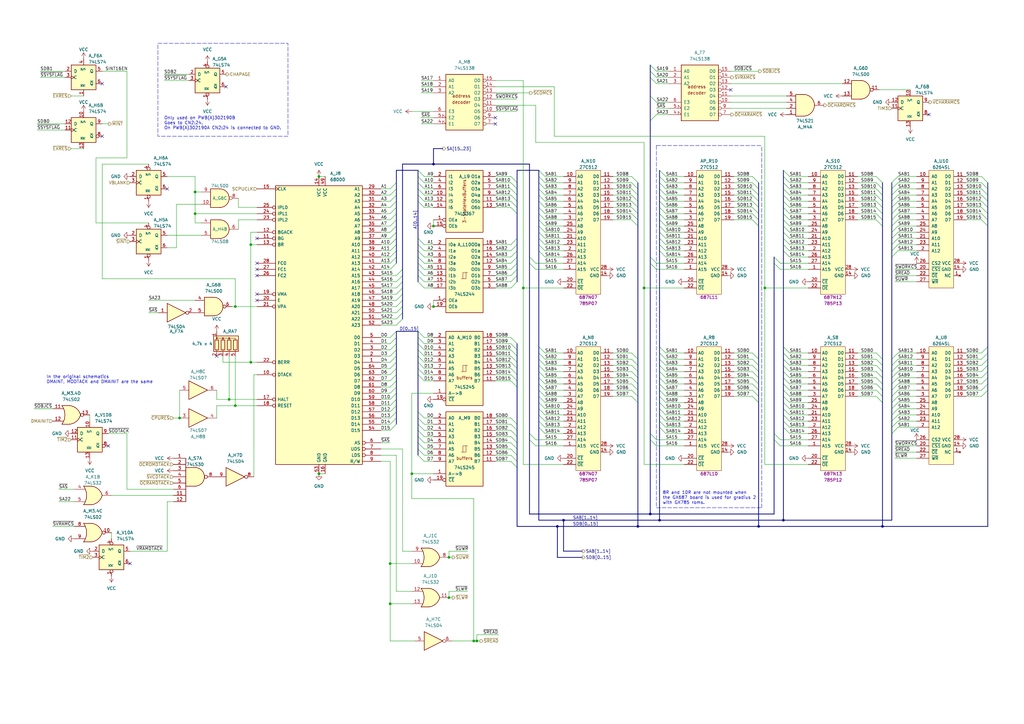
<source format=kicad_sch>
(kicad_sch (version 20231120) (generator "eeschema") (generator_version "8.0")
  (paper "A3")
  (title_block (title "Twin 16 - Rev B") (date "2024-03-10") (company "Konami GX785/GX870/GX808/GX903") (comment 1 "Ulf Skutnabba, twitter: @skutis77"))
  (junction (at 231.14 213.36))
  (junction (at 130.81 72.39))
  (junction (at 228.6 215.9))
  (junction (at 93.98 163.83))
  (junction (at 80.01 78.74))
  (junction (at 177.8 92.71))
  (junction (at 194.31 262.89))
  (junction (at 102.87 148.59))
  (junction (at 160.02 231.14))
  (junction (at 361.95 215.9))
  (junction (at 321.31 213.36))
  (junction (at 270.51 213.36))
  (junction (at 184.15 228.6))
  (junction (at 130.81 194.31))
  (junction (at 214.63 118.11))
  (junction (at 80.01 87.63))
  (junction (at 177.8 67.31))
  (junction (at 73.66 171.45))
  (junction (at 177.8 125.73))
  (junction (at 261.62 215.9))
  (junction (at 313.69 118.11))
  (junction (at 266.7 210.82))
  (junction (at 311.15 215.9))
  (junction (at 184.15 245.11))
  (junction (at 168.91 194.31))
  (junction (at 96.52 125.73))
  (junction (at 96.52 166.37))
  (junction (at 160.02 247.65))
  (junction (at 264.16 118.11))
  (junction (at 102.87 100.33))
  (junction (at 195.58 262.89))
  (no_connect (at 88.9 146.05))
  (no_connect (at 105.41 107.95))
  (no_connect (at 105.41 110.49))
  (no_connect (at 105.41 113.03))
  (no_connect (at 105.41 120.65))
  (no_connect (at 105.41 123.19))
  (no_connect (at 105.41 97.79))
  (no_connect (at 381 46.99))
  (no_connect (at 53.34 231.14))
  (no_connect (at 92.71 35.56))
  (no_connect (at 203.2 48.26))
  (no_connect (at 203.2 50.8))
  (no_connect (at 68.58 77.47))
  (no_connect (at 44.45 182.88))
  (no_connect (at 41.91 55.88))
  (no_connect (at 299.72 36.83))
  (no_connect (at 41.91 34.29))
  (bus_entry (at 317.5 107.95) (size 2.54 2.54))
  (bus_entry (at 220.98 167.64) (size 2.54 2.54))
  (bus_entry (at 266.7 29.21) (size 2.54 2.54))
  (bus_entry (at 259.08 87.63) (size 2.54 2.54))
  (bus_entry (at 270.51 162.56) (size 2.54 2.54))
  (bus_entry (at 162.56 113.03) (size 2.54 -2.54))
  (bus_entry (at 212.09 87.63) (size -2.54 -2.54))
  (bus_entry (at 266.7 180.34) (size 2.54 2.54))
  (bus_entry (at 365.76 87.63) (size 2.54 -2.54))
  (bus_entry (at 220.98 157.48) (size 2.54 2.54))
  (bus_entry (at 220.98 80.01) (size 2.54 2.54))
  (bus_entry (at 209.55 184.15) (size 2.54 2.54))
  (bus_entry (at 217.17 177.8) (size 2.54 2.54))
  (bus_entry (at 321.31 162.56) (size 2.54 2.54))
  (bus_entry (at 259.08 72.39) (size 2.54 2.54))
  (bus_entry (at 209.55 100.33) (size 2.54 -2.54))
  (bus_entry (at 209.55 115.57) (size 2.54 -2.54))
  (bus_entry (at 270.51 92.71) (size 2.54 2.54))
  (bus_entry (at 212.09 85.09) (size -2.54 -2.54))
  (bus_entry (at 359.41 82.55) (size 2.54 2.54))
  (bus_entry (at 365.76 175.26) (size 2.54 -2.54))
  (bus_entry (at 173.99 156.21) (size -2.54 -2.54))
  (bus_entry (at 270.51 152.4) (size 2.54 2.54))
  (bus_entry (at 402.59 82.55) (size 2.54 2.54))
  (bus_entry (at 173.99 176.53) (size -2.54 -2.54))
  (bus_entry (at 402.59 160.02) (size 2.54 -2.54))
  (bus_entry (at 321.31 144.78) (size 2.54 2.54))
  (bus_entry (at 270.51 144.78) (size 2.54 2.54))
  (bus_entry (at 209.55 151.13) (size 2.54 2.54))
  (bus_entry (at 173.99 184.15) (size -2.54 -2.54))
  (bus_entry (at 217.17 105.41) (size 2.54 2.54))
  (bus_entry (at 365.76 170.18) (size 2.54 -2.54))
  (bus_entry (at 173.99 115.57) (size -2.54 -2.54))
  (bus_entry (at 359.41 157.48) (size 2.54 2.54))
  (bus_entry (at 259.08 147.32) (size 2.54 2.54))
  (bus_entry (at 270.51 154.94) (size 2.54 2.54))
  (bus_entry (at 162.56 128.27) (size 2.54 -2.54))
  (bus_entry (at 160.02 143.51) (size 2.54 -2.54))
  (bus_entry (at 209.55 153.67) (size 2.54 2.54))
  (bus_entry (at 212.09 77.47) (size -2.54 -2.54))
  (bus_entry (at 308.61 160.02) (size 2.54 2.54))
  (bus_entry (at 220.98 160.02) (size 2.54 2.54))
  (bus_entry (at 173.99 105.41) (size -2.54 -2.54))
  (bus_entry (at 220.98 175.26) (size 2.54 2.54))
  (bus_entry (at 365.76 162.56) (size 2.54 -2.54))
  (bus_entry (at 173.99 74.93) (size -2.54 -2.54))
  (bus_entry (at 220.98 82.55) (size 2.54 2.54))
  (bus_entry (at 173.99 85.09) (size -2.54 -2.54))
  (bus_entry (at 209.55 173.99) (size 2.54 2.54))
  (bus_entry (at 259.08 85.09) (size 2.54 2.54))
  (bus_entry (at 220.98 100.33) (size 2.54 2.54))
  (bus_entry (at 162.56 125.73) (size 2.54 -2.54))
  (bus_entry (at 402.59 162.56) (size 2.54 -2.54))
  (bus_entry (at 259.08 144.78) (size 2.54 2.54))
  (bus_entry (at 173.99 110.49) (size -2.54 -2.54))
  (bus_entry (at 209.55 105.41) (size 2.54 -2.54))
  (bus_entry (at 402.59 90.17) (size 2.54 2.54))
  (bus_entry (at 160.02 105.41) (size 2.54 -2.54))
  (bus_entry (at 359.41 90.17) (size 2.54 2.54))
  (bus_entry (at 308.61 74.93) (size 2.54 2.54))
  (bus_entry (at 365.76 92.71) (size 2.54 -2.54))
  (bus_entry (at 209.55 118.11) (size 2.54 -2.54))
  (bus_entry (at 321.31 90.17) (size 2.54 2.54))
  (bus_entry (at 270.51 87.63) (size 2.54 2.54))
  (bus_entry (at 402.59 87.63) (size 2.54 2.54))
  (bus_entry (at 209.55 156.21) (size 2.54 2.54))
  (bus_entry (at 321.31 167.64) (size 2.54 2.54))
  (bus_entry (at 321.31 172.72) (size 2.54 2.54))
  (bus_entry (at 212.09 82.55) (size -2.54 -2.54))
  (bus_entry (at 365.76 102.87) (size 2.54 -2.54))
  (bus_entry (at 270.51 100.33) (size 2.54 2.54))
  (bus_entry (at 220.98 172.72) (size 2.54 2.54))
  (bus_entry (at 365.76 149.86) (size 2.54 -2.54))
  (bus_entry (at 209.55 102.87) (size 2.54 -2.54))
  (bus_entry (at 365.76 160.02) (size 2.54 -2.54))
  (bus_entry (at 173.99 107.95) (size -2.54 -2.54))
  (bus_entry (at 402.59 152.4) (size 2.54 -2.54))
  (bus_entry (at 160.02 110.49) (size 2.54 -2.54))
  (bus_entry (at 359.41 72.39) (size 2.54 2.54))
  (bus_entry (at 220.98 87.63) (size 2.54 2.54))
  (bus_entry (at 162.56 133.35) (size 2.54 -2.54))
  (bus_entry (at 160.02 148.59) (size 2.54 -2.54))
  (bus_entry (at 270.51 172.72) (size 2.54 2.54))
  (bus_entry (at 321.31 142.24) (size 2.54 2.54))
  (bus_entry (at 365.76 172.72) (size 2.54 -2.54))
  (bus_entry (at 270.51 97.79) (size 2.54 2.54))
  (bus_entry (at 321.31 95.25) (size 2.54 2.54))
  (bus_entry (at 270.51 165.1) (size 2.54 2.54))
  (bus_entry (at 308.61 90.17) (size 2.54 2.54))
  (bus_entry (at 365.76 177.8) (size 2.54 -2.54))
  (bus_entry (at 160.02 146.05) (size 2.54 -2.54))
  (bus_entry (at 308.61 80.01) (size 2.54 2.54))
  (bus_entry (at 220.98 162.56) (size 2.54 2.54))
  (bus_entry (at 220.98 142.24) (size 2.54 2.54))
  (bus_entry (at 173.99 151.13) (size -2.54 -2.54))
  (bus_entry (at 266.7 107.95) (size 2.54 2.54))
  (bus_entry (at 270.51 85.09) (size 2.54 2.54))
  (bus_entry (at 160.02 82.55) (size 2.54 -2.54))
  (bus_entry (at 308.61 72.39) (size 2.54 2.54))
  (bus_entry (at 270.51 69.85) (size 2.54 2.54))
  (bus_entry (at 173.99 146.05) (size -2.54 -2.54))
  (bus_entry (at 402.59 85.09) (size 2.54 2.54))
  (bus_entry (at 402.59 149.86) (size 2.54 -2.54))
  (bus_entry (at 173.99 173.99) (size -2.54 -2.54))
  (bus_entry (at 173.99 77.47) (size -2.54 -2.54))
  (bus_entry (at 209.55 179.07) (size 2.54 2.54))
  (bus_entry (at 266.7 105.41) (size 2.54 2.54))
  (bus_entry (at 317.5 105.41) (size 2.54 2.54))
  (bus_entry (at 220.98 147.32) (size 2.54 2.54))
  (bus_entry (at 173.99 181.61) (size -2.54 -2.54))
  (bus_entry (at 160.02 95.25) (size 2.54 -2.54))
  (bus_entry (at 220.98 69.85) (size 2.54 2.54))
  (bus_entry (at 266.7 177.8) (size 2.54 2.54))
  (bus_entry (at 220.98 85.09) (size 2.54 2.54))
  (bus_entry (at 308.61 147.32) (size 2.54 2.54))
  (bus_entry (at 173.99 138.43) (size -2.54 -2.54))
  (bus_entry (at 220.98 97.79) (size 2.54 2.54))
  (bus_entry (at 365.76 154.94) (size 2.54 -2.54))
  (bus_entry (at 173.99 118.11) (size -2.54 -2.54))
  (bus_entry (at 160.02 153.67) (size 2.54 -2.54))
  (bus_entry (at 162.56 118.11) (size 2.54 -2.54))
  (bus_entry (at 321.31 82.55) (size 2.54 2.54))
  (bus_entry (at 308.61 157.48) (size 2.54 2.54))
  (bus_entry (at 359.41 144.78) (size 2.54 2.54))
  (bus_entry (at 220.98 74.93) (size 2.54 2.54))
  (bus_entry (at 160.02 176.53) (size 2.54 -2.54))
  (bus_entry (at 173.99 189.23) (size -2.54 -2.54))
  (bus_entry (at 160.02 100.33) (size 2.54 -2.54))
  (bus_entry (at 173.99 186.69) (size -2.54 -2.54))
  (bus_entry (at 160.02 80.01) (size 2.54 -2.54))
  (bus_entry (at 160.02 138.43) (size 2.54 -2.54))
  (bus_entry (at 259.08 77.47) (size 2.54 2.54))
  (bus_entry (at 160.02 173.99) (size 2.54 -2.54))
  (bus_entry (at 317.5 177.8) (size 2.54 2.54))
  (bus_entry (at 359.41 160.02) (size 2.54 2.54))
  (bus_entry (at 402.59 72.39) (size 2.54 2.54))
  (bus_entry (at 220.98 90.17) (size 2.54 2.54))
  (bus_entry (at 173.99 171.45) (size -2.54 -2.54))
  (bus_entry (at 217.17 180.34) (size 2.54 2.54))
  (bus_entry (at 259.08 90.17) (size 2.54 2.54))
  (bus_entry (at 209.55 181.61) (size 2.54 2.54))
  (bus_entry (at 359.41 77.47) (size 2.54 2.54))
  (bus_entry (at 321.31 80.01) (size 2.54 2.54))
  (bus_entry (at 160.02 87.63) (size 2.54 -2.54))
  (bus_entry (at 365.76 152.4) (size 2.54 -2.54))
  (bus_entry (at 359.41 149.86) (size 2.54 2.54))
  (bus_entry (at 321.31 74.93) (size 2.54 2.54))
  (bus_entry (at 259.08 74.93) (size 2.54 2.54))
  (bus_entry (at 321.31 160.02) (size 2.54 2.54))
  (bus_entry (at 365.76 100.33) (size 2.54 -2.54))
  (bus_entry (at 402.59 157.48) (size 2.54 -2.54))
  (bus_entry (at 321.31 97.79) (size 2.54 2.54))
  (bus_entry (at 270.51 74.93) (size 2.54 2.54))
  (bus_entry (at 220.98 102.87) (size 2.54 2.54))
  (bus_entry (at 220.98 92.71) (size 2.54 2.54))
  (bus_entry (at 270.51 160.02) (size 2.54 2.54))
  (bus_entry (at 162.56 123.19) (size 2.54 -2.54))
  (bus_entry (at 173.99 113.03) (size -2.54 -2.54))
  (bus_entry (at 220.98 154.94) (size 2.54 2.54))
  (bus_entry (at 266.7 31.75) (size 2.54 2.54))
  (bus_entry (at 365.76 85.09) (size 2.54 -2.54))
  (bus_entry (at 308.61 85.09) (size 2.54 2.54))
  (bus_entry (at 160.02 107.95) (size 2.54 -2.54))
  (bus_entry (at 209.55 110.49) (size 2.54 -2.54))
  (bus_entry (at 321.31 85.09) (size 2.54 2.54))
  (bus_entry (at 259.08 82.55) (size 2.54 2.54))
  (bus_entry (at 365.76 74.93) (size 2.54 -2.54))
  (bus_entry (at 160.02 77.47) (size 2.54 -2.54))
  (bus_entry (at 359.41 85.09) (size 2.54 2.54))
  (bus_entry (at 173.99 80.01) (size -2.54 -2.54))
  (bus_entry (at 317.5 180.34) (size 2.54 2.54))
  (bus_entry (at 365.76 165.1) (size 2.54 -2.54))
  (bus_entry (at 173.99 72.39) (size -2.54 -2.54))
  (bus_entry (at 173.99 82.55) (size -2.54 -2.54))
  (bus_entry (at 160.02 151.13) (size 2.54 -2.54))
  (bus_entry (at 173.99 179.07) (size -2.54 -2.54))
  (bus_entry (at 160.02 163.83) (size 2.54 -2.54))
  (bus_entry (at 321.31 154.94) (size 2.54 2.54))
  (bus_entry (at 365.76 77.47) (size 2.54 -2.54))
  (bus_entry (at 209.55 189.23) (size 2.54 2.54))
  (bus_entry (at 220.98 77.47) (size 2.54 2.54))
  (bus_entry (at 209.55 146.05) (size 2.54 2.54))
  (bus_entry (at 160.02 92.71) (size 2.54 -2.54))
  (bus_entry (at 359.41 154.94) (size 2.54 2.54))
  (bus_entry (at 321.31 72.39) (size 2.54 2.54))
  (bus_entry (at 270.51 175.26) (size 2.54 2.54))
  (bus_entry (at 160.02 97.79) (size 2.54 -2.54))
  (bus_entry (at 365.76 82.55) (size 2.54 -2.54))
  (bus_entry (at 209.55 171.45) (size 2.54 2.54))
  (bus_entry (at 259.08 80.01) (size 2.54 2.54))
  (bus_entry (at 259.08 152.4) (size 2.54 2.54))
  (bus_entry (at 266.7 39.37) (size 2.54 2.54))
  (bus_entry (at 220.98 144.78) (size 2.54 2.54))
  (bus_entry (at 173.99 102.87) (size -2.54 -2.54))
  (bus_entry (at 160.02 166.37) (size 2.54 -2.54))
  (bus_entry (at 160.02 168.91) (size 2.54 -2.54))
  (bus_entry (at 209.55 138.43) (size 2.54 2.54))
  (bus_entry (at 321.31 152.4) (size 2.54 2.54))
  (bus_entry (at 359.41 80.01) (size 2.54 2.54))
  (bus_entry (at 321.31 92.71) (size 2.54 2.54))
  (bus_entry (at 160.02 90.17) (size 2.54 -2.54))
  (bus_entry (at 270.51 157.48) (size 2.54 2.54))
  (bus_entry (at 402.59 74.93) (size 2.54 2.54))
  (bus_entry (at 259.08 160.02) (size 2.54 2.54))
  (bus_entry (at 209.55 113.03) (size 2.54 -2.54))
  (bus_entry (at 160.02 102.87) (size 2.54 -2.54))
  (bus_entry (at 212.09 74.93) (size -2.54 -2.54))
  (bus_entry (at 402.59 77.47) (size 2.54 2.54))
  (bus_entry (at 321.31 175.26) (size 2.54 2.54))
  (bus_entry (at 308.61 154.94) (size 2.54 2.54))
  (bus_entry (at 173.99 153.67) (size -2.54 -2.54))
  (bus_entry (at 321.31 87.63) (size 2.54 2.54))
  (bus_entry (at 259.08 162.56) (size 2.54 2.54))
  (bus_entry (at 173.99 100.33) (size -2.54 -2.54))
  (bus_entry (at 402.59 154.94) (size 2.54 -2.54))
  (bus_entry (at 270.51 90.17) (size 2.54 2.54))
  (bus_entry (at 160.02 140.97) (size 2.54 -2.54))
  (bus_entry (at 359.41 147.32) (size 2.54 2.54))
  (bus_entry (at 160.02 158.75) (size 2.54 -2.54))
  (bus_entry (at 220.98 165.1) (size 2.54 2.54))
  (bus_entry (at 308.61 162.56) (size 2.54 2.54))
  (bus_entry (at 365.76 90.17) (size 2.54 -2.54))
  (bus_entry (at 266.7 49.53) (size 2.54 -2.54))
  (bus_entry (at 270.51 77.47) (size 2.54 2.54))
  (bus_entry (at 162.56 130.81) (size 2.54 -2.54))
  (bus_entry (at 402.59 147.32) (size 2.54 -2.54))
  (bus_entry (at 270.51 72.39) (size 2.54 2.54))
  (bus_entry (at 359.41 74.93) (size 2.54 2.54))
  (bus_entry (at 321.31 102.87) (size 2.54 2.54))
  (bus_entry (at 365.76 167.64) (size 2.54 -2.54))
  (bus_entry (at 270.51 170.18) (size 2.54 2.54))
  (bus_entry (at 160.02 85.09) (size 2.54 -2.54))
  (bus_entry (at 365.76 97.79) (size 2.54 -2.54))
  (bus_entry (at 259.08 154.94) (size 2.54 2.54))
  (bus_entry (at 308.61 77.47) (size 2.54 2.54))
  (bus_entry (at 220.98 149.86) (size 2.54 2.54))
  (bus_entry (at 173.99 143.51) (size -2.54 -2.54))
  (bus_entry (at 308.61 149.86) (size 2.54 2.54))
  (bus_entry (at 209.55 143.51) (size 2.54 2.54))
  (bus_entry (at 220.98 170.18) (size 2.54 2.54))
  (bus_entry (at 220.98 72.39) (size 2.54 2.54))
  (bus_entry (at 209.55 148.59) (size 2.54 2.54))
  (bus_entry (at 359.41 87.63) (size 2.54 2.54))
  (bus_entry (at 270.51 147.32) (size 2.54 2.54))
  (bus_entry (at 270.51 95.25) (size 2.54 2.54))
  (bus_entry (at 321.31 157.48) (size 2.54 2.54))
  (bus_entry (at 402.59 80.01) (size 2.54 2.54))
  (bus_entry (at 321.31 100.33) (size 2.54 2.54))
  (bus_entry (at 270.51 80.01) (size 2.54 2.54))
  (bus_entry (at 173.99 140.97) (size -2.54 -2.54))
  (bus_entry (at 359.41 152.4) (size 2.54 2.54))
  (bus_entry (at 259.08 157.48) (size 2.54 2.54))
  (bus_entry (at 266.7 26.67) (size 2.54 2.54))
  (bus_entry (at 209.55 140.97) (size 2.54 2.54))
  (bus_entry (at 365.76 80.01) (size 2.54 -2.54))
  (bus_entry (at 359.41 162.56) (size 2.54 2.54))
  (bus_entry (at 270.51 82.55) (size 2.54 2.54))
  (bus_entry (at 270.51 142.24) (size 2.54 2.54))
  (bus_entry (at 321.31 69.85) (size 2.54 2.54))
  (bus_entry (at 308.61 144.78) (size 2.54 2.54))
  (bus_entry (at 217.17 107.95) (size 2.54 2.54))
  (bus_entry (at 308.61 87.63) (size 2.54 2.54))
  (bus_entry (at 209.55 176.53) (size 2.54 2.54))
  (bus_entry (at 365.76 105.41) (size 2.54 -2.54))
  (bus_entry (at 160.02 156.21) (size 2.54 -2.54))
  (bus_entry (at 162.56 120.65) (size 2.54 -2.54))
  (bus_entry (at 321.31 165.1) (size 2.54 2.54))
  (bus_entry (at 270.51 102.87) (size 2.54 2.54))
  (bus_entry (at 160.02 171.45) (size 2.54 -2.54))
  (bus_entry (at 321.31 149.86) (size 2.54 2.54))
  (bus_entry (at 212.09 80.01) (size -2.54 -2.54))
  (bus_entry (at 308.61 82.55) (size 2.54 2.54))
  (bus_entry (at 173.99 148.59) (size -2.54 -2.54))
  (bus_entry (at 209.55 107.95) (size 2.54 -2.54))
  (bus_entry (at 220.98 152.4) (size 2.54 2.54))
  (bus_entry (at 162.56 115.57) (size 2.54 -2.54))
  (bus_entry (at 209.55 186.69) (size 2.54 2.54))
  (bus_entry (at 365.76 95.25) (size 2.54 -2.54))
  (bus_entry (at 365.76 147.32) (size 2.54 -2.54))
  (bus_entry (at 321.31 77.47) (size 2.54 2.54))
  (bus_entry (at 220.98 95.25) (size 2.54 2.54))
  (bus_entry (at 308.61 152.4) (size 2.54 2.54))
  (bus_entry (at 270.51 167.64) (size 2.54 2.54))
  (bus_entry (at 321.31 147.32) (size 2.54 2.54))
  (bus_entry (at 259.08 149.86) (size 2.54 2.54))
  (bus_entry (at 321.31 170.18) (size 2.54 2.54))
  (bus_entry (at 402.59 144.78) (size 2.54 -2.54))
  (bus_entry (at 270.51 149.86) (size 2.54 2.54))
  (bus_entry (at 365.76 157.48) (size 2.54 -2.54))
  (bus_entry (at 160.02 161.29) (size 2.54 -2.54))
  (wire (pts (xy 203.2 146.05) (xy 209.55 146.05)))
  (wire (pts (xy 203.2 143.51) (xy 209.55 143.51)))
  (wire (pts (xy 177.8 77.47) (xy 173.99 77.47)))
  (wire (pts (xy 219.71 43.18) (xy 203.2 43.18)))
  (wire (pts (xy 156.21 181.61) (xy 160.02 181.61)))
  (wire (pts (xy 351.79 147.32) (xy 359.41 147.32)))
  (wire (pts (xy 219.71 110.49) (xy 231.14 110.49)))
  (bus (pts (xy 261.62 90.17) (xy 261.62 92.71)))
  (wire (pts (xy 320.04 182.88) (xy 331.47 182.88)))
  (wire (pts (xy 156.21 110.49) (xy 160.02 110.49)))
  (wire (pts (xy 203.2 80.01) (xy 209.55 80.01)))
  (wire (pts (xy 168.91 45.72) (xy 177.8 45.72)))
  (wire (pts (xy 323.85 165.1) (xy 331.47 165.1)))
  (bus (pts (xy 162.56 158.75) (xy 162.56 161.29)))
  (bus (pts (xy 321.31 102.87) (xy 321.31 100.33)))
  (wire (pts (xy 203.2 189.23) (xy 209.55 189.23)))
  (wire (pts (xy 156.21 128.27) (xy 162.56 128.27)))
  (bus (pts (xy 311.15 77.47) (xy 311.15 80.01)))
  (bus (pts (xy 405.13 142.24) (xy 405.13 144.78)))
  (bus (pts (xy 361.95 215.9) (xy 405.13 215.9)))
  (wire (pts (xy 162.56 186.69) (xy 162.56 242.57)))
  (wire (pts (xy 351.79 162.56) (xy 359.41 162.56)))
  (wire (pts (xy 96.52 125.73) (xy 96.52 114.3)))
  (wire (pts (xy 396.24 160.02) (xy 402.59 160.02)))
  (wire (pts (xy 91.44 148.59) (xy 102.87 148.59)))
  (bus (pts (xy 220.98 149.86) (xy 220.98 152.4)))
  (wire (pts (xy 273.05 175.26) (xy 280.67 175.26)))
  (bus (pts (xy 165.1 113.03) (xy 165.1 115.57)))
  (bus (pts (xy 171.45 146.05) (xy 171.45 143.51)))
  (bus (pts (xy 365.76 95.25) (xy 365.76 97.79)))
  (wire (pts (xy 396.24 74.93) (xy 402.59 74.93)))
  (wire (pts (xy 177.8 171.45) (xy 173.99 171.45)))
  (bus (pts (xy 220.98 72.39) (xy 220.98 74.93)))
  (wire (pts (xy 156.21 100.33) (xy 160.02 100.33)))
  (wire (pts (xy 96.52 166.37) (xy 105.41 166.37)))
  (wire (pts (xy 39.37 91.44) (xy 60.96 91.44)))
  (wire (pts (xy 203.2 179.07) (xy 209.55 179.07)))
  (wire (pts (xy 313.69 55.88) (xy 227.33 55.88)))
  (wire (pts (xy 80.01 87.63) (xy 105.41 87.63)))
  (wire (pts (xy 223.52 82.55) (xy 231.14 82.55)))
  (bus (pts (xy 311.15 165.1) (xy 311.15 215.9)))
  (bus (pts (xy 220.98 97.79) (xy 220.98 95.25)))
  (wire (pts (xy 203.2 140.97) (xy 209.55 140.97)))
  (bus (pts (xy 361.95 165.1) (xy 361.95 215.9)))
  (wire (pts (xy 269.24 31.75) (xy 274.32 31.75)))
  (bus (pts (xy 212.09 102.87) (xy 212.09 100.33)))
  (wire (pts (xy 156.21 153.67) (xy 160.02 153.67)))
  (wire (pts (xy 223.52 74.93) (xy 231.14 74.93)))
  (bus (pts (xy 220.98 74.93) (xy 220.98 77.47)))
  (bus (pts (xy 270.51 142.24) (xy 270.51 144.78)))
  (wire (pts (xy 203.2 118.11) (xy 209.55 118.11)))
  (wire (pts (xy 368.3 154.94) (xy 375.92 154.94)))
  (bus (pts (xy 270.51 95.25) (xy 270.51 92.71)))
  (wire (pts (xy 172.72 48.26) (xy 177.8 48.26)))
  (bus (pts (xy 270.51 97.79) (xy 270.51 95.25)))
  (wire (pts (xy 93.98 163.83) (xy 88.9 163.83)))
  (wire (pts (xy 16.51 29.21) (xy 26.67 29.21)))
  (polyline (pts (xy 269.24 208.28) (xy 312.42 208.28)) (stroke (width 0) (type dash)))
  (wire (pts (xy 102.87 95.25) (xy 102.87 100.33)))
  (bus (pts (xy 321.31 154.94) (xy 321.31 152.4)))
  (wire (pts (xy 269.24 44.45) (xy 274.32 44.45)))
  (wire (pts (xy 273.05 77.47) (xy 280.67 77.47)))
  (bus (pts (xy 162.56 171.45) (xy 162.56 173.99)))
  (bus (pts (xy 361.95 85.09) (xy 361.95 87.63)))
  (wire (pts (xy 130.81 194.31) (xy 133.35 194.31)))
  (wire (pts (xy 39.37 64.77) (xy 39.37 91.44)))
  (bus (pts (xy 405.13 149.86) (xy 405.13 152.4)))
  (wire (pts (xy 16.51 31.75) (xy 26.67 31.75)))
  (bus (pts (xy 261.62 87.63) (xy 261.62 90.17)))
  (wire (pts (xy 351.79 74.93) (xy 359.41 74.93)))
  (wire (pts (xy 227.33 35.56) (xy 203.2 35.56)))
  (wire (pts (xy 203.2 45.72) (xy 212.09 45.72)))
  (wire (pts (xy 156.21 90.17) (xy 160.02 90.17)))
  (wire (pts (xy 105.41 90.17) (xy 97.79 90.17)))
  (bus (pts (xy 270.51 152.4) (xy 270.51 154.94)))
  (bus (pts (xy 162.56 107.95) (xy 162.56 105.41)))
  (wire (pts (xy 203.2 171.45) (xy 209.55 171.45)))
  (bus (pts (xy 162.56 77.47) (xy 162.56 74.93)))
  (bus (pts (xy 181.61 60.96) (xy 177.8 60.96)))
  (wire (pts (xy 29.21 39.37) (xy 34.29 39.37)))
  (bus (pts (xy 171.45 176.53) (xy 171.45 173.99)))
  (wire (pts (xy 273.05 165.1) (xy 280.67 165.1)))
  (wire (pts (xy 273.05 105.41) (xy 280.67 105.41)))
  (bus (pts (xy 171.45 74.93) (xy 171.45 77.47)))
  (wire (pts (xy 73.66 160.02) (xy 73.66 171.45)))
  (wire (pts (xy 300.99 157.48) (xy 308.61 157.48)))
  (bus (pts (xy 361.95 147.32) (xy 361.95 149.86)))
  (wire (pts (xy 351.79 157.48) (xy 359.41 157.48)))
  (bus (pts (xy 405.13 90.17) (xy 405.13 92.71)))
  (wire (pts (xy 80.01 72.39) (xy 80.01 78.74)))
  (wire (pts (xy 351.79 72.39) (xy 359.41 72.39)))
  (bus (pts (xy 212.09 156.21) (xy 212.09 158.75)))
  (bus (pts (xy 212.09 140.97) (xy 212.09 143.51)))
  (bus (pts (xy 270.51 175.26) (xy 270.51 172.72)))
  (bus (pts (xy 217.17 105.41) (xy 217.17 107.95)))
  (bus (pts (xy 162.56 90.17) (xy 162.56 87.63)))
  (bus (pts (xy 212.09 181.61) (xy 212.09 184.15)))
  (wire (pts (xy 156.21 92.71) (xy 160.02 92.71)))
  (wire (pts (xy 323.85 154.94) (xy 331.47 154.94)))
  (bus (pts (xy 261.62 154.94) (xy 261.62 157.48)))
  (wire (pts (xy 368.3 100.33) (xy 375.92 100.33)))
  (wire (pts (xy 269.24 29.21) (xy 274.32 29.21)))
  (wire (pts (xy 60.96 123.19) (xy 80.01 123.19)))
  (bus (pts (xy 311.15 215.9) (xy 361.95 215.9)))
  (bus (pts (xy 165.1 110.49) (xy 165.1 113.03)))
  (bus (pts (xy 321.31 100.33) (xy 321.31 97.79)))
  (bus (pts (xy 321.31 157.48) (xy 321.31 154.94)))
  (wire (pts (xy 300.99 82.55) (xy 308.61 82.55)))
  (wire (pts (xy 156.21 189.23) (xy 160.02 189.23)))
  (wire (pts (xy 396.24 80.01) (xy 402.59 80.01)))
  (polyline (pts (xy 269.24 59.69) (xy 269.24 208.28)) (stroke (width 0) (type dash)))
  (bus (pts (xy 321.31 160.02) (xy 321.31 157.48)))
  (bus (pts (xy 321.31 82.55) (xy 321.31 80.01)))
  (bus (pts (xy 270.51 69.85) (xy 270.51 72.39)))
  (wire (pts (xy 156.21 168.91) (xy 160.02 168.91)))
  (wire (pts (xy 251.46 149.86) (xy 259.08 149.86)))
  (wire (pts (xy 273.05 95.25) (xy 280.67 95.25)))
  (wire (pts (xy 351.79 77.47) (xy 359.41 77.47)))
  (wire (pts (xy 368.3 82.55) (xy 375.92 82.55)))
  (bus (pts (xy 270.51 147.32) (xy 270.51 149.86)))
  (wire (pts (xy 269.24 46.99) (xy 274.32 46.99)))
  (bus (pts (xy 171.45 138.43) (xy 171.45 135.89)))
  (wire (pts (xy 368.3 162.56) (xy 375.92 162.56)))
  (bus (pts (xy 212.09 143.51) (xy 212.09 146.05)))
  (wire (pts (xy 219.71 58.42) (xy 219.71 43.18)))
  (wire (pts (xy 264.16 58.42) (xy 219.71 58.42)))
  (bus (pts (xy 212.09 113.03) (xy 212.09 110.49)))
  (bus (pts (xy 321.31 170.18) (xy 321.31 167.64)))
  (bus (pts (xy 162.56 156.21) (xy 162.56 158.75)))
  (bus (pts (xy 311.15 85.09) (xy 311.15 87.63)))
  (wire (pts (xy 323.85 167.64) (xy 331.47 167.64)))
  (wire (pts (xy 373.38 36.83) (xy 360.68 36.83)))
  (wire (pts (xy 156.21 77.47) (xy 160.02 77.47)))
  (wire (pts (xy 177.8 100.33) (xy 173.99 100.33)))
  (wire (pts (xy 251.46 80.01) (xy 259.08 80.01)))
  (wire (pts (xy 91.44 146.05) (xy 91.44 148.59)))
  (wire (pts (xy 251.46 82.55) (xy 259.08 82.55)))
  (wire (pts (xy 80.01 78.74) (xy 82.55 78.74)))
  (wire (pts (xy 323.85 162.56) (xy 331.47 162.56)))
  (wire (pts (xy 323.85 147.32) (xy 331.47 147.32)))
  (bus (pts (xy 321.31 72.39) (xy 321.31 74.93)))
  (wire (pts (xy 396.24 144.78) (xy 402.59 144.78)))
  (bus (pts (xy 231.14 226.06) (xy 231.14 213.36)))
  (bus (pts (xy 405.13 160.02) (xy 405.13 215.9)))
  (bus (pts (xy 171.45 77.47) (xy 171.45 80.01)))
  (wire (pts (xy 368.3 165.1) (xy 375.92 165.1)))
  (bus (pts (xy 321.31 165.1) (xy 321.31 162.56)))
  (wire (pts (xy 203.2 33.02) (xy 214.63 33.02)))
  (wire (pts (xy 273.05 160.02) (xy 280.67 160.02)))
  (wire (pts (xy 313.69 55.88) (xy 313.69 118.11)))
  (wire (pts (xy 214.63 33.02) (xy 214.63 118.11)))
  (wire (pts (xy 177.8 153.67) (xy 173.99 153.67)))
  (bus (pts (xy 270.51 87.63) (xy 270.51 85.09)))
  (wire (pts (xy 273.05 72.39) (xy 280.67 72.39)))
  (wire (pts (xy 105.41 153.67) (xy 104.14 153.67)))
  (wire (pts (xy 41.91 29.21) (xy 52.07 29.21)))
  (wire (pts (xy 52.07 64.77) (xy 39.37 64.77)))
  (wire (pts (xy 223.52 152.4) (xy 231.14 152.4)))
  (bus (pts (xy 365.76 85.09) (xy 365.76 87.63)))
  (wire (pts (xy 156.21 87.63) (xy 160.02 87.63)))
  (wire (pts (xy 80.01 87.63) (xy 80.01 78.74)))
  (bus (pts (xy 171.45 102.87) (xy 171.45 105.41)))
  (wire (pts (xy 323.85 100.33) (xy 331.47 100.33)))
  (bus (pts (xy 220.98 69.85) (xy 220.98 72.39)))
  (wire (pts (xy 273.05 80.01) (xy 280.67 80.01)))
  (wire (pts (xy 367.03 110.49) (xy 375.92 110.49)))
  (wire (pts (xy 88.9 171.45) (xy 88.9 166.37)))
  (bus (pts (xy 220.98 162.56) (xy 220.98 160.02)))
  (wire (pts (xy 320.04 107.95) (xy 331.47 107.95)))
  (bus (pts (xy 317.5 180.34) (xy 317.5 210.82)))
  (bus (pts (xy 321.31 144.78) (xy 321.31 147.32)))
  (wire (pts (xy 191.77 242.57) (xy 184.15 242.57)))
  (bus (pts (xy 228.6 215.9) (xy 261.62 215.9)))
  (wire (pts (xy 72.39 101.6) (xy 72.39 83.82)))
  (bus (pts (xy 365.76 175.26) (xy 365.76 177.8)))
  (wire (pts (xy 177.8 176.53) (xy 173.99 176.53)))
  (wire (pts (xy 368.3 80.01) (xy 375.92 80.01)))
  (wire (pts (xy 177.8 146.05) (xy 173.99 146.05)))
  (wire (pts (xy 156.21 163.83) (xy 160.02 163.83)))
  (wire (pts (xy 223.52 157.48) (xy 231.14 157.48)))
  (bus (pts (xy 405.13 87.63) (xy 405.13 90.17)))
  (wire (pts (xy 102.87 100.33) (xy 102.87 148.59)))
  (wire (pts (xy 273.05 90.17) (xy 280.67 90.17)))
  (bus (pts (xy 165.1 125.73) (xy 165.1 128.27)))
  (bus (pts (xy 162.56 151.13) (xy 162.56 153.67)))
  (bus (pts (xy 261.62 92.71) (xy 261.62 147.32)))
  (bus (pts (xy 171.45 69.85) (xy 171.45 72.39)))
  (bus (pts (xy 261.62 77.47) (xy 261.62 80.01)))
  (bus (pts (xy 212.09 184.15) (xy 212.09 186.69)))
  (wire (pts (xy 156.21 140.97) (xy 160.02 140.97)))
  (bus (pts (xy 162.56 92.71) (xy 162.56 90.17)))
  (bus (pts (xy 162.56 163.83) (xy 162.56 166.37)))
  (wire (pts (xy 368.3 167.64) (xy 375.92 167.64)))
  (wire (pts (xy 168.91 161.29) (xy 168.91 194.31)))
  (bus (pts (xy 311.15 149.86) (xy 311.15 152.4)))
  (wire (pts (xy 223.52 77.47) (xy 231.14 77.47)))
  (bus (pts (xy 311.15 82.55) (xy 311.15 85.09)))
  (wire (pts (xy 273.05 162.56) (xy 280.67 162.56)))
  (wire (pts (xy 320.04 180.34) (xy 331.47 180.34)))
  (wire (pts (xy 177.8 179.07) (xy 173.99 179.07)))
  (wire (pts (xy 44.45 177.8) (xy 52.07 177.8)))
  (wire (pts (xy 160.02 247.65) (xy 168.91 247.65)))
  (wire (pts (xy 323.85 74.93) (xy 331.47 74.93)))
  (wire (pts (xy 223.52 177.8) (xy 231.14 177.8)))
  (wire (pts (xy 29.21 60.96) (xy 34.29 60.96)))
  (bus (pts (xy 317.5 107.95) (xy 317.5 177.8)))
  (bus (pts (xy 321.31 95.25) (xy 321.31 97.79)))
  (wire (pts (xy 68.58 101.6) (xy 72.39 101.6)))
  (bus (pts (xy 171.45 82.55) (xy 171.45 97.79)))
  (wire (pts (xy 396.24 72.39) (xy 402.59 72.39)))
  (wire (pts (xy 264.16 118.11) (xy 264.16 190.5)))
  (wire (pts (xy 396.24 77.47) (xy 402.59 77.47)))
  (wire (pts (xy 223.52 95.25) (xy 231.14 95.25)))
  (wire (pts (xy 273.05 152.4) (xy 280.67 152.4)))
  (wire (pts (xy 156.21 148.59) (xy 160.02 148.59)))
  (bus (pts (xy 405.13 154.94) (xy 405.13 157.48)))
  (bus (pts (xy 171.45 140.97) (xy 171.45 138.43)))
  (bus (pts (xy 365.76 149.86) (xy 365.76 152.4)))
  (wire (pts (xy 156.21 151.13) (xy 160.02 151.13)))
  (bus (pts (xy 212.09 97.79) (xy 212.09 87.63)))
  (bus (pts (xy 361.95 77.47) (xy 361.95 80.01)))
  (wire (pts (xy 156.21 166.37) (xy 160.02 166.37)))
  (wire (pts (xy 156.21 156.21) (xy 160.02 156.21)))
  (bus (pts (xy 321.31 95.25) (xy 321.31 92.71)))
  (bus (pts (xy 405.13 157.48) (xy 405.13 160.02)))
  (bus (pts (xy 212.09 100.33) (xy 212.09 97.79)))
  (wire (pts (xy 273.05 177.8) (xy 280.67 177.8)))
  (wire (pts (xy 203.2 156.21) (xy 209.55 156.21)))
  (bus (pts (xy 266.7 39.37) (xy 266.7 49.53)))
  (polyline (pts (xy 312.42 208.28) (xy 312.42 59.69)) (stroke (width 0) (type dash)))
  (wire (pts (xy 368.3 72.39) (xy 375.92 72.39)))
  (bus (pts (xy 220.98 144.78) (xy 220.98 147.32)))
  (bus (pts (xy 220.98 160.02) (xy 220.98 157.48)))
  (bus (pts (xy 212.09 191.77) (xy 212.09 215.9)))
  (wire (pts (xy 264.16 58.42) (xy 264.16 118.11)))
  (wire (pts (xy 160.02 262.89) (xy 160.02 247.65)))
  (wire (pts (xy 396.24 152.4) (xy 402.59 152.4)))
  (wire (pts (xy 368.3 149.86) (xy 375.92 149.86)))
  (wire (pts (xy 156.21 95.25) (xy 160.02 95.25)))
  (wire (pts (xy 204.47 260.35) (xy 195.58 260.35)))
  (bus (pts (xy 220.98 90.17) (xy 220.98 87.63)))
  (bus (pts (xy 212.09 186.69) (xy 212.09 189.23)))
  (bus (pts (xy 270.51 74.93) (xy 270.51 77.47)))
  (wire (pts (xy 323.85 82.55) (xy 331.47 82.55)))
  (bus (pts (xy 171.45 171.45) (xy 171.45 168.91)))
  (wire (pts (xy 156.21 138.43) (xy 160.02 138.43)))
  (bus (pts (xy 162.56 148.59) (xy 162.56 151.13)))
  (bus (pts (xy 212.09 85.09) (xy 212.09 82.55)))
  (bus (pts (xy 220.98 175.26) (xy 220.98 213.36)))
  (bus (pts (xy 165.1 115.57) (xy 165.1 118.11)))
  (bus (pts (xy 162.56 140.97) (xy 162.56 143.51)))
  (wire (pts (xy 52.07 177.8) (xy 52.07 200.66)))
  (bus (pts (xy 321.31 147.32) (xy 321.31 149.86)))
  (bus (pts (xy 405.13 144.78) (xy 405.13 147.32)))
  (wire (pts (xy 251.46 152.4) (xy 259.08 152.4)))
  (wire (pts (xy 177.8 140.97) (xy 173.99 140.97)))
  (wire (pts (xy 313.69 118.11) (xy 313.69 190.5)))
  (wire (pts (xy 368.3 90.17) (xy 375.92 90.17)))
  (wire (pts (xy 273.05 144.78) (xy 280.67 144.78)))
  (bus (pts (xy 361.95 160.02) (xy 361.95 162.56)))
  (wire (pts (xy 299.72 41.91) (xy 322.58 41.91)))
  (wire (pts (xy 273.05 147.32) (xy 280.67 147.32)))
  (bus (pts (xy 212.09 179.07) (xy 212.09 181.61)))
  (wire (pts (xy 223.52 165.1) (xy 231.14 165.1)))
  (wire (pts (xy 68.58 205.74) (xy 71.12 205.74)))
  (bus (pts (xy 220.98 87.63) (xy 220.98 85.09)))
  (wire (pts (xy 130.81 72.39) (xy 133.35 72.39)))
  (bus (pts (xy 361.95 162.56) (xy 361.95 165.1)))
  (wire (pts (xy 251.46 77.47) (xy 259.08 77.47)))
  (bus (pts (xy 162.56 138.43) (xy 162.56 140.97)))
  (wire (pts (xy 177.8 102.87) (xy 173.99 102.87)))
  (bus (pts (xy 321.31 85.09) (xy 321.31 82.55)))
  (wire (pts (xy 351.79 85.09) (xy 359.41 85.09)))
  (bus (pts (xy 321.31 102.87) (xy 321.31 142.24)))
  (wire (pts (xy 41.91 67.31) (xy 60.96 67.31)))
  (bus (pts (xy 162.56 85.09) (xy 162.56 82.55)))
  (wire (pts (xy 323.85 87.63) (xy 331.47 87.63)))
  (bus (pts (xy 212.09 82.55) (xy 212.09 80.01)))
  (wire (pts (xy 273.05 167.64) (xy 280.67 167.64)))
  (bus (pts (xy 321.31 90.17) (xy 321.31 87.63)))
  (bus (pts (xy 162.56 97.79) (xy 162.56 95.25)))
  (bus (pts (xy 171.45 153.67) (xy 171.45 151.13)))
  (bus (pts (xy 212.09 158.75) (xy 212.09 173.99)))
  (wire (pts (xy 299.72 44.45) (xy 322.58 44.45)))
  (bus (pts (xy 220.98 213.36) (xy 231.14 213.36)))
  (wire (pts (xy 251.46 87.63) (xy 259.08 87.63)))
  (wire (pts (xy 214.63 190.5) (xy 231.14 190.5)))
  (wire (pts (xy 165.1 226.06) (xy 168.91 226.06)))
  (wire (pts (xy 203.2 184.15) (xy 209.55 184.15)))
  (wire (pts (xy 396.24 87.63) (xy 402.59 87.63)))
  (wire (pts (xy 299.72 39.37) (xy 322.58 39.37)))
  (wire (pts (xy 185.42 228.6) (xy 184.15 228.6)))
  (wire (pts (xy 195.58 260.35) (xy 195.58 262.89)))
  (bus (pts (xy 212.09 87.63) (xy 212.09 85.09)))
  (bus (pts (xy 311.15 154.94) (xy 311.15 157.48)))
  (wire (pts (xy 396.24 154.94) (xy 402.59 154.94)))
  (wire (pts (xy 203.2 74.93) (xy 209.55 74.93)))
  (bus (pts (xy 165.1 67.31) (xy 165.1 110.49)))
  (bus (pts (xy 261.62 80.01) (xy 261.62 82.55)))
  (bus (pts (xy 361.95 80.01) (xy 361.95 82.55)))
  (bus (pts (xy 162.56 105.41) (xy 162.56 102.87)))
  (wire (pts (xy 269.24 107.95) (xy 280.67 107.95)))
  (bus (pts (xy 321.31 77.47) (xy 321.31 80.01)))
  (bus (pts (xy 321.31 74.93) (xy 321.31 77.47)))
  (wire (pts (xy 156.21 171.45) (xy 160.02 171.45)))
  (wire (pts (xy 105.41 95.25) (xy 102.87 95.25)))
  (bus (pts (xy 270.51 160.02) (xy 270.51 162.56)))
  (bus (pts (xy 165.1 128.27) (xy 165.1 130.81)))
  (wire (pts (xy 203.2 105.41) (xy 209.55 105.41)))
  (bus (pts (xy 311.15 157.48) (xy 311.15 160.02)))
  (bus (pts (xy 365.76 157.48) (xy 365.76 160.02)))
  (wire (pts (xy 300.99 80.01) (xy 308.61 80.01)))
  (wire (pts (xy 97.79 85.09) (xy 105.41 85.09)))
  (bus (pts (xy 212.09 107.95) (xy 212.09 105.41)))
  (wire (pts (xy 323.85 85.09) (xy 331.47 85.09)))
  (bus (pts (xy 162.56 102.87) (xy 162.56 100.33)))
  (wire (pts (xy 351.79 144.78) (xy 359.41 144.78)))
  (wire (pts (xy 60.96 128.27) (xy 64.77 128.27)))
  (wire (pts (xy 273.05 74.93) (xy 280.67 74.93)))
  (wire (pts (xy 71.12 171.45) (xy 73.66 171.45)))
  (bus (pts (xy 270.51 90.17) (xy 270.51 87.63)))
  (wire (pts (xy 223.52 167.64) (xy 231.14 167.64)))
  (wire (pts (xy 203.2 173.99) (xy 209.55 173.99)))
  (bus (pts (xy 162.56 100.33) (xy 162.56 97.79)))
  (wire (pts (xy 96.52 146.05) (xy 96.52 166.37)))
  (wire (pts (xy 251.46 144.78) (xy 259.08 144.78)))
  (wire (pts (xy 102.87 148.59) (xy 105.41 148.59)))
  (wire (pts (xy 172.72 50.8) (xy 177.8 50.8)))
  (bus (pts (xy 162.56 74.93) (xy 162.56 69.85)))
  (bus (pts (xy 261.62 147.32) (xy 261.62 149.86)))
  (bus (pts (xy 270.51 149.86) (xy 270.51 152.4)))
  (bus (pts (xy 220.98 172.72) (xy 220.98 170.18)))
  (wire (pts (xy 300.99 72.39) (xy 308.61 72.39)))
  (wire (pts (xy 82.55 91.44) (xy 80.01 91.44)))
  (bus (pts (xy 365.76 147.32) (xy 365.76 149.86)))
  (wire (pts (xy 177.8 90.17) (xy 177.8 92.71)))
  (wire (pts (xy 177.8 115.57) (xy 173.99 115.57)))
  (wire (pts (xy 88.9 166.37) (xy 96.52 166.37)))
  (wire (pts (xy 396.24 149.86) (xy 402.59 149.86)))
  (wire (pts (xy 165.1 184.15) (xy 165.1 226.06)))
  (bus (pts (xy 220.98 167.64) (xy 220.98 165.1)))
  (bus (pts (xy 266.7 180.34) (xy 266.7 210.82)))
  (bus (pts (xy 365.76 170.18) (xy 365.76 172.72)))
  (wire (pts (xy 177.8 80.01) (xy 173.99 80.01)))
  (wire (pts (xy 396.24 157.48) (xy 402.59 157.48)))
  (bus (pts (xy 365.76 167.64) (xy 365.76 170.18)))
  (wire (pts (xy 251.46 74.93) (xy 259.08 74.93)))
  (wire (pts (xy 320.04 110.49) (xy 331.47 110.49)))
  (wire (pts (xy 203.2 107.95) (xy 209.55 107.95)))
  (wire (pts (xy 156.21 80.01) (xy 160.02 80.01)))
  (wire (pts (xy 223.52 170.18) (xy 231.14 170.18)))
  (wire (pts (xy 93.98 146.05) (xy 93.98 163.83)))
  (wire (pts (xy 97.79 81.28) (xy 97.79 85.09)))
  (wire (pts (xy 93.98 163.83) (xy 105.41 163.83)))
  (bus (pts (xy 361.95 149.86) (xy 361.95 152.4)))
  (bus (pts (xy 365.76 102.87) (xy 365.76 105.41)))
  (wire (pts (xy 177.8 107.95) (xy 173.99 107.95)))
  (bus (pts (xy 220.98 82.55) (xy 220.98 80.01)))
  (wire (pts (xy 196.85 262.89) (xy 195.58 262.89)))
  (wire (pts (xy 273.05 102.87) (xy 280.67 102.87)))
  (wire (pts (xy 351.79 152.4) (xy 359.41 152.4)))
  (bus (pts (xy 212.09 215.9) (xy 228.6 215.9)))
  (wire (pts (xy 203.2 113.03) (xy 209.55 113.03)))
  (wire (pts (xy 13.97 167.64) (xy 21.59 167.64)))
  (wire (pts (xy 172.72 38.1) (xy 177.8 38.1)))
  (wire (pts (xy 264.16 118.11) (xy 280.67 118.11)))
  (bus (pts (xy 266.7 31.75) (xy 266.7 39.37)))
  (bus (pts (xy 220.98 85.09) (xy 220.98 82.55)))
  (bus (pts (xy 361.95 87.63) (xy 361.95 90.17)))
  (wire (pts (xy 156.21 146.05) (xy 160.02 146.05)))
  (wire (pts (xy 68.58 72.39) (xy 80.01 72.39)))
  (bus (pts (xy 162.56 146.05) (xy 162.56 148.59)))
  (polyline (pts (xy 269.24 59.69) (xy 312.42 59.69)) (stroke (width 0) (type dash)))
  (bus (pts (xy 171.45 179.07) (xy 171.45 176.53)))
  (bus (pts (xy 220.98 154.94) (xy 220.98 152.4)))
  (wire (pts (xy 396.24 90.17) (xy 402.59 90.17)))
  (wire (pts (xy 269.24 180.34) (xy 280.67 180.34)))
  (wire (pts (xy 251.46 154.94) (xy 259.08 154.94)))
  (wire (pts (xy 227.33 55.88) (xy 227.33 35.56)))
  (bus (pts (xy 261.62 74.93) (xy 261.62 77.47)))
  (wire (pts (xy 177.8 72.39) (xy 173.99 72.39)))
  (wire (pts (xy 273.05 154.94) (xy 280.67 154.94)))
  (wire (pts (xy 156.21 82.55) (xy 160.02 82.55)))
  (bus (pts (xy 212.09 115.57) (xy 212.09 113.03)))
  (bus (pts (xy 321.31 69.85) (xy 321.31 72.39)))
  (bus (pts (xy 162.56 82.55) (xy 162.56 80.01)))
  (wire (pts (xy 88.9 163.83) (xy 88.9 160.02)))
  (bus (pts (xy 270.51 170.18) (xy 270.51 167.64)))
  (bus (pts (xy 361.95 152.4) (xy 361.95 154.94)))
  (bus (pts (xy 270.51 102.87) (xy 270.51 142.24)))
  (bus (pts (xy 365.76 90.17) (xy 365.76 92.71)))
  (wire (pts (xy 299.72 34.29) (xy 345.44 34.29)))
  (wire (pts (xy 396.24 162.56) (xy 402.59 162.56)))
  (bus (pts (xy 365.76 92.71) (xy 365.76 95.25)))
  (bus (pts (xy 238.76 228.6) (xy 228.6 228.6)))
  (bus (pts (xy 212.09 69.85) (xy 220.98 69.85)))
  (wire (pts (xy 68.58 96.52) (xy 82.55 96.52)))
  (wire (pts (xy 170.18 262.89) (xy 160.02 262.89)))
  (wire (pts (xy 323.85 72.39) (xy 331.47 72.39)))
  (bus (pts (xy 270.51 172.72) (xy 270.51 170.18)))
  (bus (pts (xy 171.45 105.41) (xy 171.45 107.95)))
  (wire (pts (xy 367.03 187.96) (xy 375.92 187.96)))
  (bus (pts (xy 365.76 74.93) (xy 365.76 77.47)))
  (wire (pts (xy 351.79 160.02) (xy 359.41 160.02)))
  (wire (pts (xy 351.79 90.17) (xy 359.41 90.17)))
  (bus (pts (xy 162.56 153.67) (xy 162.56 156.21)))
  (wire (pts (xy 177.8 181.61) (xy 173.99 181.61)))
  (bus (pts (xy 405.13 85.09) (xy 405.13 87.63)))
  (wire (pts (xy 273.05 85.09) (xy 280.67 85.09)))
  (wire (pts (xy 191.77 226.06) (xy 184.15 226.06)))
  (wire (pts (xy 368.3 147.32) (xy 375.92 147.32)))
  (wire (pts (xy 177.8 143.51) (xy 173.99 143.51)))
  (bus (pts (xy 171.45 113.03) (xy 171.45 115.57)))
  (bus (pts (xy 270.51 82.55) (xy 270.51 80.01)))
  (wire (pts (xy 264.16 190.5) (xy 280.67 190.5)))
  (wire (pts (xy 351.79 82.55) (xy 359.41 82.55)))
  (bus (pts (xy 177.8 60.96) (xy 177.8 67.31)))
  (wire (pts (xy 251.46 157.48) (xy 259.08 157.48)))
  (wire (pts (xy 156.21 143.51) (xy 160.02 143.51)))
  (bus (pts (xy 365.76 154.94) (xy 365.76 157.48)))
  (bus (pts (xy 365.76 105.41) (xy 365.76 147.32)))
  (bus (pts (xy 171.45 72.39) (xy 171.45 74.93)))
  (bus (pts (xy 212.09 153.67) (xy 212.09 156.21)))
  (wire (pts (xy 300.99 90.17) (xy 308.61 90.17)))
  (bus (pts (xy 266.7 26.67) (xy 266.7 29.21)))
  (bus (pts (xy 321.31 172.72) (xy 321.31 170.18)))
  (bus (pts (xy 311.15 80.01) (xy 311.15 82.55)))
  (wire (pts (xy 323.85 149.86) (xy 331.47 149.86)))
  (wire (pts (xy 300.99 77.47) (xy 308.61 77.47)))
  (bus (pts (xy 217.17 67.31) (xy 217.17 105.41)))
  (wire (pts (xy 300.99 144.78) (xy 308.61 144.78)))
  (bus (pts (xy 165.1 118.11) (xy 165.1 120.65)))
  (wire (pts (xy 72.39 83.82) (xy 82.55 83.82)))
  (wire (pts (xy 165.1 184.15) (xy 156.21 184.15)))
  (wire (pts (xy 313.69 190.5) (xy 331.47 190.5)))
  (wire (pts (xy 185.42 245.11) (xy 184.15 245.11)))
  (wire (pts (xy 203.2 100.33) (xy 209.55 100.33)))
  (wire (pts (xy 323.85 80.01) (xy 331.47 80.01)))
  (bus (pts (xy 220.98 95.25) (xy 220.98 92.71)))
  (wire (pts (xy 300.99 152.4) (xy 308.61 152.4)))
  (bus (pts (xy 270.51 175.26) (xy 270.51 213.36)))
  (bus (pts (xy 171.45 107.95) (xy 171.45 110.49)))
  (bus (pts (xy 220.98 157.48) (xy 220.98 154.94)))
  (wire (pts (xy 273.05 100.33) (xy 280.67 100.33)))
  (bus (pts (xy 171.45 168.91) (xy 171.45 153.67)))
  (bus (pts (xy 217.17 180.34) (xy 217.17 210.82)))
  (bus (pts (xy 311.15 92.71) (xy 311.15 147.32)))
  (wire (pts (xy 162.56 186.69) (xy 156.21 186.69)))
  (bus (pts (xy 365.76 172.72) (xy 365.76 175.26)))
  (bus (pts (xy 261.62 157.48) (xy 261.62 160.02)))
  (wire (pts (xy 223.52 144.78) (xy 231.14 144.78)))
  (bus (pts (xy 266.7 29.21) (xy 266.7 31.75)))
  (wire (pts (xy 172.72 35.56) (xy 177.8 35.56)))
  (bus (pts (xy 261.62 152.4) (xy 261.62 154.94)))
  (bus (pts (xy 365.76 177.8) (xy 365.76 213.36)))
  (wire (pts (xy 368.3 77.47) (xy 375.92 77.47)))
  (wire (pts (xy 156.21 105.41) (xy 160.02 105.41)))
  (wire (pts (xy 156.21 130.81) (xy 162.56 130.81)))
  (wire (pts (xy 313.69 118.11) (xy 331.47 118.11)))
  (wire (pts (xy 269.24 110.49) (xy 280.67 110.49)))
  (wire (pts (xy 177.8 110.49) (xy 173.99 110.49)))
  (wire (pts (xy 177.8 82.55) (xy 173.99 82.55)))
  (wire (pts (xy 351.79 154.94) (xy 359.41 154.94)))
  (wire (pts (xy 203.2 138.43) (xy 209.55 138.43)))
  (bus (pts (xy 365.76 152.4) (xy 365.76 154.94)))
  (wire (pts (xy 156.21 115.57) (xy 162.56 115.57)))
  (bus (pts (xy 311.15 160.02) (xy 311.15 162.56)))
  (bus (pts (xy 171.45 135.89) (xy 162.56 135.89)))
  (wire (pts (xy 223.52 172.72) (xy 231.14 172.72)))
  (bus (pts (xy 321.31 213.36) (xy 365.76 213.36)))
  (wire (pts (xy 223.52 90.17) (xy 231.14 90.17)))
  (wire (pts (xy 300.99 154.94) (xy 308.61 154.94)))
  (wire (pts (xy 203.2 110.49) (xy 209.55 110.49)))
  (bus (pts (xy 212.09 80.01) (xy 212.09 77.47)))
  (wire (pts (xy 368.3 92.71) (xy 375.92 92.71)))
  (bus (pts (xy 266.7 177.8) (xy 266.7 180.34)))
  (bus (pts (xy 405.13 80.01) (xy 405.13 82.55)))
  (wire (pts (xy 223.52 154.94) (xy 231.14 154.94)))
  (wire (pts (xy 323.85 90.17) (xy 331.47 90.17)))
  (wire (pts (xy 203.2 38.1) (xy 217.17 38.1)))
  (wire (pts (xy 251.46 72.39) (xy 259.08 72.39)))
  (wire (pts (xy 273.05 87.63) (xy 280.67 87.63)))
  (bus (pts (xy 212.09 189.23) (xy 212.09 191.77)))
  (wire (pts (xy 156.21 107.95) (xy 160.02 107.95)))
  (wire (pts (xy 223.52 160.02) (xy 231.14 160.02)))
  (wire (pts (xy 219.71 107.95) (xy 231.14 107.95)))
  (wire (pts (xy 68.58 226.06) (xy 68.58 205.74)))
  (wire (pts (xy 45.72 203.2) (xy 71.12 203.2)))
  (wire (pts (xy 368.3 87.63) (xy 375.92 87.63)))
  (wire (pts (xy 214.63 118.11) (xy 231.14 118.11)))
  (wire (pts (xy 269.24 182.88) (xy 280.67 182.88)))
  (wire (pts (xy 203.2 176.53) (xy 209.55 176.53)))
  (bus (pts (xy 231.14 213.36) (xy 270.51 213.36)))
  (wire (pts (xy 300.99 162.56) (xy 308.61 162.56)))
  (bus (pts (xy 212.09 105.41) (xy 212.09 102.87)))
  (wire (pts (xy 24.13 200.66) (xy 30.48 200.66)))
  (bus (pts (xy 321.31 175.26) (xy 321.31 213.36)))
  (wire (pts (xy 80.01 91.44) (xy 80.01 87.63)))
  (wire (pts (xy 203.2 82.55) (xy 209.55 82.55)))
  (wire (pts (xy 323.85 97.79) (xy 331.47 97.79)))
  (bus (pts (xy 365.76 87.63) (xy 365.76 90.17)))
  (bus (pts (xy 270.51 92.71) (xy 270.51 90.17)))
  (wire (pts (xy 168.91 194.31) (xy 177.8 194.31)))
  (wire (pts (xy 368.3 152.4) (xy 375.92 152.4)))
  (bus (pts (xy 212.09 146.05) (xy 212.09 148.59)))
  (bus (pts (xy 270.51 100.33) (xy 270.51 97.79)))
  (wire (pts (xy 156.21 161.29) (xy 160.02 161.29)))
  (wire (pts (xy 194.31 262.89) (xy 194.31 204.47)))
  (wire (pts (xy 45.72 218.44) (xy 45.72 220.98)))
  (wire (pts (xy 156.21 173.99) (xy 160.02 173.99)))
  (bus (pts (xy 162.56 69.85) (xy 171.45 69.85)))
  (wire (pts (xy 223.52 147.32) (xy 231.14 147.32)))
  (wire (pts (xy 95.25 125.73) (xy 96.52 125.73)))
  (bus (pts (xy 365.76 77.47) (xy 365.76 80.01)))
  (wire (pts (xy 368.3 172.72) (xy 375.92 172.72)))
  (wire (pts (xy 300.99 87.63) (xy 308.61 87.63)))
  (wire (pts (xy 251.46 147.32) (xy 259.08 147.32)))
  (wire (pts (xy 223.52 72.39) (xy 231.14 72.39)))
  (bus (pts (xy 361.95 157.48) (xy 361.95 160.02)))
  (bus (pts (xy 217.17 107.95) (xy 217.17 177.8)))
  (wire (pts (xy 223.52 102.87) (xy 231.14 102.87)))
  (wire (pts (xy 203.2 181.61) (xy 209.55 181.61)))
  (bus (pts (xy 361.95 74.93) (xy 361.95 77.47)))
  (wire (pts (xy 251.46 90.17) (xy 259.08 90.17)))
  (bus (pts (xy 171.45 184.15) (xy 171.45 186.69)))
  (wire (pts (xy 273.05 149.86) (xy 280.67 149.86)))
  (bus (pts (xy 212.09 110.49) (xy 212.09 107.95)))
  (wire (pts (xy 177.8 113.03) (xy 173.99 113.03)))
  (bus (pts (xy 321.31 92.71) (xy 321.31 90.17)))
  (wire (pts (xy 351.79 80.01) (xy 359.41 80.01)))
  (wire (pts (xy 156.21 158.75) (xy 160.02 158.75)))
  (wire (pts (xy 177.8 161.29) (xy 168.91 161.29)))
  (bus (pts (xy 220.98 147.32) (xy 220.98 149.86)))
  (bus (pts (xy 162.56 80.01) (xy 162.56 77.47)))
  (wire (pts (xy 177.8 173.99) (xy 173.99 173.99)))
  (wire (pts (xy 223.52 92.71) (xy 231.14 92.71)))
  (wire (pts (xy 195.58 262.89) (xy 194.31 262.89)))
  (bus (pts (xy 162.56 135.89) (xy 162.56 138.43)))
  (bus (pts (xy 321.31 162.56) (xy 321.31 160.02)))
  (bus (pts (xy 270.51 72.39) (xy 270.51 74.93)))
  (bus (pts (xy 311.15 87.63) (xy 311.15 90.17)))
  (bus (pts (xy 311.15 152.4) (xy 311.15 154.94)))
  (wire (pts (xy 168.91 204.47) (xy 168.91 194.31)))
  (bus (pts (xy 212.09 74.93) (xy 212.09 69.85)))
  (bus (pts (xy 261.62 85.09) (xy 261.62 87.63)))
  (bus (pts (xy 405.13 77.47) (xy 405.13 80.01)))
  (wire (pts (xy 323.85 175.26) (xy 331.47 175.26)))
  (wire (pts (xy 273.05 157.48) (xy 280.67 157.48)))
  (wire (pts (xy 203.2 77.47) (xy 209.55 77.47)))
  (bus (pts (xy 220.98 172.72) (xy 220.98 175.26)))
  (wire (pts (xy 367.03 182.88) (xy 375.92 182.88)))
  (wire (pts (xy 368.3 157.48) (xy 375.92 157.48)))
  (bus (pts (xy 162.56 166.37) (xy 162.56 168.91)))
  (wire (pts (xy 368.3 144.78) (xy 375.92 144.78)))
  (wire (pts (xy 273.05 92.71) (xy 280.67 92.71)))
  (wire (pts (xy 156.21 97.79) (xy 160.02 97.79)))
  (wire (pts (xy 156.21 125.73) (xy 162.56 125.73)))
  (bus (pts (xy 261.62 215.9) (xy 311.15 215.9)))
  (bus (pts (xy 162.56 143.51) (xy 162.56 146.05)))
  (wire (pts (xy 273.05 97.79) (xy 280.67 97.79)))
  (wire (pts (xy 156.21 85.09) (xy 160.02 85.09)))
  (wire (pts (xy 323.85 157.48) (xy 331.47 157.48)))
  (wire (pts (xy 52.07 200.66) (xy 71.12 200.66)))
  (wire (pts (xy 184.15 226.06) (xy 184.15 228.6)))
  (wire (pts (xy 323.85 102.87) (xy 331.47 102.87)))
  (wire (pts (xy 160.02 189.23) (xy 160.02 231.14)))
  (bus (pts (xy 365.76 100.33) (xy 365.76 102.87)))
  (bus (pts (xy 261.62 82.55) (xy 261.62 85.09)))
  (wire (pts (xy 185.42 262.89) (xy 194.31 262.89)))
  (bus (pts (xy 165.1 67.31) (xy 177.8 67.31)))
  (bus (pts (xy 217.17 210.82) (xy 266.7 210.82)))
  (wire (pts (xy 251.46 85.09) (xy 259.08 85.09)))
  (bus (pts (xy 220.98 92.71) (xy 220.98 90.17)))
  (bus (pts (xy 165.1 120.65) (xy 165.1 123.19)))
  (wire (pts (xy 203.2 186.69) (xy 209.55 186.69)))
  (bus (pts (xy 261.62 162.56) (xy 261.62 165.1)))
  (wire (pts (xy 251.46 162.56) (xy 259.08 162.56)))
  (bus (pts (xy 365.76 162.56) (xy 365.76 165.1)))
  (wire (pts (xy 223.52 149.86) (xy 231.14 149.86)))
  (bus (pts (xy 212.09 74.93) (xy 212.09 77.47)))
  (wire (pts (xy 396.24 147.32) (xy 402.59 147.32)))
  (wire (pts (xy 323.85 105.41) (xy 331.47 105.41)))
  (wire (pts (xy 156.21 176.53) (xy 160.02 176.53)))
  (bus (pts (xy 171.45 100.33) (xy 171.45 102.87)))
  (wire (pts (xy 223.52 80.01) (xy 231.14 80.01)))
  (bus (pts (xy 220.98 170.18) (xy 220.98 167.64)))
  (bus (pts (xy 317.5 105.41) (xy 317.5 107.95)))
  (wire (pts (xy 323.85 144.78) (xy 331.47 144.78)))
  (bus (pts (xy 261.62 165.1) (xy 261.62 215.9)))
  (wire (pts (xy 177.8 186.69) (xy 173.99 186.69)))
  (bus (pts (xy 321.31 149.86) (xy 321.31 152.4)))
  (bus (pts (xy 171.45 184.15) (xy 171.45 181.61)))
  (wire (pts (xy 269.24 41.91) (xy 274.32 41.91)))
  (wire (pts (xy 15.24 53.34) (xy 26.67 53.34)))
  (bus (pts (xy 270.51 102.87) (xy 270.51 100.33)))
  (bus (pts (xy 220.98 102.87) (xy 220.98 142.24)))
  (wire (pts (xy 156.21 123.19) (xy 162.56 123.19)))
  (wire (pts (xy 273.05 82.55) (xy 280.67 82.55)))
  (wire (pts (xy 300.99 74.93) (xy 308.61 74.93)))
  (bus (pts (xy 220.98 165.1) (xy 220.98 162.56)))
  (wire (pts (xy 223.52 97.79) (xy 231.14 97.79)))
  (wire (pts (xy 194.31 204.47) (xy 168.91 204.47)))
  (wire (pts (xy 177.8 184.15) (xy 173.99 184.15)))
  (wire (pts (xy 368.3 175.26) (xy 375.92 175.26)))
  (wire (pts (xy 311.15 29.21) (xy 299.72 29.21)))
  (bus (pts (xy 317.5 177.8) (xy 317.5 180.34)))
  (wire (pts (xy 219.71 180.34) (xy 231.14 180.34)))
  (wire (pts (xy 156.21 133.35) (xy 162.56 133.35)))
  (bus (pts (xy 311.15 74.93) (xy 311.15 77.47)))
  (bus (pts (xy 266.7 107.95) (xy 266.7 177.8)))
  (bus (pts (xy 365.76 80.01) (xy 365.76 82.55)))
  (bus (pts (xy 270.51 162.56) (xy 270.51 165.1)))
  (wire (pts (xy 184.15 242.57) (xy 184.15 245.11)))
  (wire (pts (xy 323.85 92.71) (xy 331.47 92.71)))
  (bus (pts (xy 177.8 67.31) (xy 217.17 67.31)))
  (wire (pts (xy 177.8 123.19) (xy 177.8 125.73)))
  (bus (pts (xy 270.51 77.47) (xy 270.51 80.01)))
  (wire (pts (xy 104.14 153.67) (xy 104.14 195.58)))
  (wire (pts (xy 223.52 162.56) (xy 231.14 162.56)))
  (wire (pts (xy 396.24 82.55) (xy 402.59 82.55)))
  (bus (pts (xy 405.13 152.4) (xy 405.13 154.94)))
  (wire (pts (xy 273.05 170.18) (xy 280.67 170.18)))
  (wire (pts (xy 368.3 102.87) (xy 375.92 102.87)))
  (bus (pts (xy 171.45 97.79) (xy 171.45 100.33)))
  (wire (pts (xy 203.2 153.67) (xy 209.55 153.67)))
  (bus (pts (xy 270.51 213.36) (xy 321.31 213.36)))
  (bus (pts (xy 231.14 226.06) (xy 238.76 226.06)))
  (wire (pts (xy 214.63 118.11) (xy 214.63 190.5)))
  (wire (pts (xy 323.85 152.4) (xy 331.47 152.4)))
  (bus (pts (xy 162.56 168.91) (xy 162.56 171.45)))
  (bus (pts (xy 361.95 82.55) (xy 361.95 85.09)))
  (bus (pts (xy 321.31 142.24) (xy 321.31 144.78)))
  (bus (pts (xy 171.45 110.49) (xy 171.45 113.03)))
  (wire (pts (xy 67.31 30.48) (xy 77.47 30.48)))
  (wire (pts (xy 203.2 151.13) (xy 209.55 151.13)))
  (wire (pts (xy 156.21 118.11) (xy 162.56 118.11)))
  (wire (pts (xy 300.99 160.02) (xy 308.61 160.02)))
  (bus (pts (xy 266.7 105.41) (xy 266.7 107.95)))
  (bus (pts (xy 228.6 228.6) (xy 228.6 215.9)))
  (wire (pts (xy 223.52 175.26) (xy 231.14 175.26)))
  (wire (pts (xy 41.91 50.8) (xy 44.45 50.8)))
  (wire (pts (xy 177.8 156.21) (xy 173.99 156.21)))
  (wire (pts (xy 177.8 148.59) (xy 173.99 148.59)))
  (wire (pts (xy 177.8 85.09) (xy 173.99 85.09)))
  (wire (pts (xy 223.52 100.33) (xy 231.14 100.33)))
  (bus (pts (xy 405.13 74.93) (xy 405.13 77.47)))
  (wire (pts (xy 177.8 118.11) (xy 173.99 118.11)))
  (wire (pts (xy 172.72 33.02) (xy 177.8 33.02)))
  (bus (pts (xy 311.15 162.56) (xy 311.15 165.1)))
  (wire (pts (xy 367.03 185.42) (xy 375.92 185.42)))
  (wire (pts (xy 368.3 95.25) (xy 375.92 95.25)))
  (wire (pts (xy 223.52 87.63) (xy 231.14 87.63)))
  (wire (pts (xy 156.21 102.87) (xy 160.02 102.87)))
  (bus (pts (xy 361.95 92.71) (xy 361.95 147.32)))
  (wire (pts (xy 323.85 95.25) (xy 331.47 95.25)))
  (bus (pts (xy 220.98 102.87) (xy 220.98 100.33)))
  (wire (pts (xy 156.21 120.65) (xy 162.56 120.65)))
  (wire (pts (xy 177.8 138.43) (xy 173.99 138.43)))
  (bus (pts (xy 311.15 147.32) (xy 311.15 149.86)))
  (bus (pts (xy 270.51 167.64) (xy 270.51 165.1)))
  (bus (pts (xy 311.15 90.17) (xy 311.15 92.71)))
  (wire (pts (xy 203.2 85.09) (xy 209.55 85.09)))
  (bus (pts (xy 361.95 154.94) (xy 361.95 157.48)))
  (bus (pts (xy 220.98 100.33) (xy 220.98 97.79)))
  (bus (pts (xy 365.76 82.55) (xy 365.76 85.09)))
  (wire (pts (xy 396.24 85.09) (xy 402.59 85.09)))
  (bus (pts (xy 162.56 87.63) (xy 162.56 85.09)))
  (bus (pts (xy 365.76 165.1) (xy 365.76 167.64)))
  (wire (pts (xy 223.52 85.09) (xy 231.14 85.09)))
  (bus (pts (xy 171.45 143.51) (xy 171.45 140.97)))
  (bus (pts (xy 317.5 210.82) (xy 266.7 210.82)))
  (wire (pts (xy 203.2 115.57) (xy 209.55 115.57)))
  (wire (pts (xy 368.3 97.79) (xy 375.92 97.79)))
  (wire (pts (xy 367.03 115.57) (xy 375.92 115.57)))
  (bus (pts (xy 171.45 181.61) (xy 171.45 179.07)))
  (wire (pts (xy 269.24 34.29) (xy 274.32 34.29)))
  (wire (pts (xy 36.83 170.18) (xy 36.83 172.72)))
  (wire (pts (xy 323.85 177.8) (xy 331.47 177.8)))
  (bus (pts (xy 162.56 161.29) (xy 162.56 163.83)))
  (bus (pts (xy 261.62 160.02) (xy 261.62 162.56)))
  (wire (pts (xy 368.3 74.93) (xy 375.92 74.93)))
  (bus (pts (xy 212.09 148.59) (xy 212.09 151.13)))
  (wire (pts (xy 177.8 105.41) (xy 173.99 105.41)))
  (bus (pts (xy 171.45 148.59) (xy 171.45 146.05)))
  (wire (pts (xy 160.02 231.14) (xy 160.02 247.65)))
  (bus (pts (xy 270.51 154.94) (xy 270.51 157.48)))
  (bus (pts (xy 171.45 80.01) (xy 171.45 82.55)))
  (bus (pts (xy 321.31 175.26) (xy 321.31 172.72)))
  (bus (pts (xy 220.98 142.24) (xy 220.98 144.78)))
  (wire (pts (xy 156.21 113.03) (xy 162.56 113.03)))
  (wire (pts (xy 368.3 160.02) (xy 375.92 160.02)))
  (bus (pts (xy 162.56 95.25) (xy 162.56 92.71)))
  (wire (pts (xy 351.79 87.63) (xy 359.41 87.63)))
  (wire (pts (xy 160.02 231.14) (xy 168.91 231.14)))
  (wire (pts (xy 102.87 100.33) (xy 105.41 100.33)))
  (bus (pts (xy 261.62 149.86) (xy 261.62 152.4)))
  (bus (pts (xy 270.51 144.78) (xy 270.51 147.32)))
  (wire (pts (xy 368.3 85.09) (xy 375.92 85.09)))
  (wire (pts (xy 177.8 189.23) (xy 173.99 189.23)))
  (bus (pts (xy 321.31 87.63) (xy 321.31 85.09)))
  (bus (pts (xy 405.13 82.55) (xy 405.13 85.09)))
  (wire (pts (xy 41.91 114.3) (xy 41.91 67.31)))
  (bus (pts (xy 212.09 176.53) (xy 212.09 179.07)))
  (bus (pts (xy 217.17 177.8) (xy 217.17 180.34)))
  (wire (pts (xy 368.3 170.18) (xy 375.92 170.18)))
  (bus (pts (xy 212.09 151.13) (xy 212.09 153.67)))
  (wire (pts (xy 162.56 242.57) (xy 168.91 242.57)))
  (bus (pts (xy 365.76 97.79) (xy 365.76 100.33)))
  (wire (pts (xy 219.71 182.88) (xy 231.14 182.88)))
  (wire (pts (xy 223.52 105.41) (xy 231.14 105.41)))
  (bus (pts (xy 171.45 151.13) (xy 171.45 148.59)))
  (wire (pts (xy 53.34 226.06) (xy 68.58 226.06)))
  (wire (pts (xy 203.2 102.87) (xy 209.55 102.87)))
  (wire (pts (xy 24.13 205.74) (xy 30.48 205.74)))
  (wire (pts (xy 21.59 215.9) (xy 30.48 215.9)))
  (wire (pts (xy 323.85 172.72) (xy 331.47 172.72)))
  (wire (pts (xy 323.85 170.18) (xy 331.47 170.18)))
  (bus (pts (xy 270.51 157.48) (xy 270.51 160.02)))
  (wire (pts (xy 15.24 50.8) (xy 26.67 50.8)))
  (bus (pts (xy 171.45 173.99) (xy 171.45 171.45)))
  (wire (pts (xy 251.46 160.02) (xy 259.08 160.02)))
  (wire (pts (xy 203.2 40.64) (xy 212.09 40.64)))
  (wire (pts (xy 203.2 72.39) (xy 209.55 72.39)))
  (wire (pts (xy 367.03 113.03) (xy 375.92 113.03)))
  (wire (pts (xy 96.52 125.73) (xy 105.41 125.73)))
  (wire (pts (xy 97.79 90.17) (xy 97.79 93.98)))
  (bus (pts (xy 270.51 85.09) (xy 270.51 82.55)))
  (bus (pts (xy 321.31 167.64) (xy 321.31 165.1)))
  (wire (pts (xy 177.8 74.93) (xy 173.99 74.93)))
  (wire (pts (xy 96.52 114.3) (xy 41.91 114.3)))
  (wire (pts (xy 351.79 149.86) (xy 359.41 149.86)))
  (bus (pts (xy 220.98 77.47) (xy 220.98 80.01)))
  (wire (pts (xy 52.07 29.21) (xy 52.07 64.77)))
  (wire (pts (xy 323.85 160.02) (xy 331.47 160.02)))
  (bus (pts (xy 212.09 173.99) (xy 212.09 176.53)))
  (bus (pts (xy 266.7 49.53) (xy 266.7 105.41)))
  (bus (pts (xy 365.76 160.02) (xy 365.76 162.56)))
  (wire (pts (xy 203.2 148.59) (xy 209.55 148.59)))
  (wire (pts (xy 300.99 85.09) (xy 308.61 85.09)))
  (bus (pts (xy 405.13 147.32) (xy 405.13 149.86)))
  (wire (pts (xy 300.99 149.86) (xy 308.61 149.86)))
  (bus (pts (xy 405.13 92.71) (xy 405.13 142.24)))
  (bus (pts (xy 361.95 90.17) (xy 361.95 92.71)))
  (bus (pts (xy 165.1 123.19) (xy 165.1 125.73)))
  (wire (pts (xy 177.8 151.13) (xy 173.99 151.13)))
  (wire (pts (xy 273.05 172.72) (xy 280.67 172.72)))
  (wire (pts (xy 323.85 77.47) (xy 331.47 77.47)))
  (wire (pts (xy 67.31 33.02) (xy 77.47 33.02)))
  (wire (pts (xy 300.99 147.32) (xy 308.61 147.32)))
  (rectangle (start 64.77 17.78) (end 118.11 55.88) (stroke (width 0) (type dash)))
  (text "In the original schematics\nDMAINT, MODTACK and DMAINIT are the same" (at 19.05 157.48 0) (effects (font (size 1.27 1.27)) (justify left bottom)))
  (text "Only used on PWB(A)302190B\nGoes to CN2:24.\nOn PWB(A)302190A CN2:24 is connected to GND." (at 67.31 53.34 0) (effects (font (size 1.27 1.27)) (justify left bottom)))
  (text "8R and 10R are not mounted when\nthe GX687 board is used for gradius 2\nwith GX785 roms." (at 271.78 207.01 0) (effects (font (size 1.27 1.27)) (justify left bottom)))
  (label "SAB9" (at 323.85 165.1 0))
  (label "D9" (at 177.8 140.97 180))
  (label "SAB11" (at 273.05 170.18 0))
  (label "SDB3" (at 302.26 152.4 0))
  (label "SAB2" (at 323.85 147.32 0))
  (label "SAB7" (at 273.05 87.63 0))
  (label "~{SAS}" (at 269.24 44.45 0))
  (label "SAB9" (at 203.2 72.39 0))
  (label "A7" (at 177.8 115.57 180))
  (label "D14" (at 177.8 153.67 180))
  (label "SDB8" (at 203.2 138.43 0))
  (label "A13" (at 177.8 82.55 180))
  (label "SDB7" (at 396.24 162.56 0))
  (label "SDB5" (at 302.26 157.48 0))
  (label "SAB13" (at 223.52 102.87 0))
  (label "SAB8" (at 368.3 90.17 0))
  (label "D9" (at 156.21 161.29 0))
  (label "A2" (at 156.21 80.01 0))
  (label "SAB9" (at 223.52 165.1 0))
  (label "SAB6" (at 203.2 113.03 0))
  (label "D2" (at 156.21 143.51 0))
  (label "SDB1" (at 203.2 173.99 0))
  (label "SA16" (at 323.85 110.49 0))
  (label "D7" (at 156.21 156.21 0))
  (label "~{SREAD}" (at 367.03 185.42 0))
  (label "SA17" (at 156.21 118.11 0))
  (label "SDB8" (at 396.24 72.39 0))
  (label "SAB11" (at 323.85 170.18 0))
  (label "SAB6" (at 368.3 85.09 0))
  (label "SAB10" (at 323.85 167.64 0))
  (label "SDB10" (at 203.2 143.51 0))
  (label "SA23" (at 156.21 133.35 0))
  (label "~{SREAD}" (at 367.03 113.03 0))
  (label "SAB7" (at 368.3 87.63 0))
  (label "A8" (at 156.21 95.25 0))
  (label "SA19" (at 172.72 38.1 0))
  (label "SDB4" (at 302.26 154.94 0))
  (label "SAB7" (at 203.2 115.57 0))
  (label "SA22" (at 24.13 205.74 0))
  (label "SDB13" (at 396.24 85.09 0))
  (label "~{SAS}" (at 172.72 48.26 0))
  (label "~{SWORKCS}" (at 367.03 182.88 0))
  (label "SDB5" (at 252.73 157.48 0))
  (label "SDB2" (at 353.06 149.86 0))
  (label "SAB3" (at 273.05 149.86 0))
  (label "SDB15" (at 302.26 90.17 0))
  (label "~{SLWR}" (at 367.03 187.96 0))
  (label "SAB13" (at 368.3 144.78 0))
  (label "SDB5" (at 396.24 157.48 0))
  (label "SDB15" (at 252.73 90.17 0))
  (label "SAB11" (at 273.05 97.79 0))
  (label "A10" (at 156.21 100.33 0))
  (label "SAB9" (at 323.85 92.71 0))
  (label "SAB4" (at 323.85 152.4 0))
  (label "SAB2" (at 323.85 74.93 0))
  (label "D[0..15]" (at 163.83 135.89 0))
  (label "SA19" (at 269.24 29.21 0))
  (label "SAB6" (at 323.85 85.09 0))
  (label "~{SAS}" (at 60.96 128.27 0))
  (label "D15" (at 177.8 156.21 180))
  (label "SAB4" (at 273.05 80.01 0))
  (label "SDB3" (at 353.06 152.4 0))
  (label "SAB3" (at 368.3 170.18 0))
  (label "SAB12" (at 323.85 172.72 0))
  (label "SDB9" (at 396.24 74.93 0))
  (label "SA23" (at 60.96 123.19 0))
  (label "A6" (at 156.21 90.17 0))
  (label "SAB3" (at 223.52 77.47 0))
  (label "SAB13" (at 273.05 175.26 0))
  (label "~{SSYSFLAG}" (at 15.24 53.34 0))
  (label "SA21" (at 156.21 128.27 0))
  (label "SA22" (at 156.21 130.81 0))
  (label "~{SODTACK}" (at 44.45 177.8 0))
  (label "SDB2" (at 396.24 149.86 0))
  (label "SAB13" (at 323.85 175.26 0))
  (label "SAB5" (at 273.05 154.94 0))
  (label "SAB8" (at 203.2 118.11 0))
  (label "D15" (at 156.21 176.53 0))
  (label "A9" (at 177.8 72.39 180))
  (label "SDB11" (at 302.26 80.01 0))
  (label "D12" (at 156.21 168.91 0))
  (label "SAB14" (at 203.2 85.09 0))
  (label "SAB4" (at 223.52 80.01 0))
  (label "SAB2" (at 368.3 74.93 0))
  (label "SAB11" (at 368.3 149.86 0))
  (label "D8" (at 177.8 138.43 180))
  (label "SDB14" (at 396.24 87.63 0))
  (label "SA16" (at 323.85 182.88 0))
  (label "SDB7" (at 203.2 189.23 0))
  (label "SA16" (at 273.05 110.49 0))
  (label "SAB3" (at 323.85 149.86 0))
  (label "SDB0" (at 203.2 171.45 0))
  (label "SDB[0..15]" (at 234.95 215.9 0))
  (label "A5" (at 156.21 87.63 0))
  (label "~{SWORKCS}" (at 367.03 110.49 0))
  (label "SAB5" (at 203.2 110.49 0))
  (label "SAB6" (at 368.3 162.56 0))
  (label "SDB15" (at 203.2 156.21 0))
  (label "SAB5" (at 368.3 165.1 0))
  (label "SAB10" (at 368.3 95.25 0))
  (label "SDB8" (at 252.73 72.39 0))
  (label "SAB14" (at 323.85 177.8 0))
  (label "D5" (at 156.21 151.13 0))
  (label "A11" (at 177.8 77.47 180))
  (label "SAB2" (at 273.05 147.32 0))
  (label "D6" (at 156.21 153.67 0))
  (label "SAB14" (at 273.05 177.8 0))
  (label "SAB12" (at 273.05 172.72 0))
  (label "SAB3" (at 223.52 149.86 0))
  (label "D2" (at 177.8 176.53 180))
  (label "SDB7" (at 302.26 162.56 0))
  (label "SAB14" (at 223.52 105.41 0))
  (label "SAB1" (at 323.85 72.39 0))
  (label "D3" (at 156.21 146.05 0))
  (label "SAB14" (at 223.52 177.8 0))
  (label "SDB4" (at 396.24 154.94 0))
  (label "SDB10" (at 353.06 77.47 0))
  (label "SAB2" (at 203.2 102.87 0))
  (label "SA18" (at 172.72 35.56 0))
  (label "SAB1" (at 273.05 144.78 0))
  (label "SDB6" (at 396.24 160.02 0))
  (label "SDB6" (at 302.26 160.02 0))
  (label "SDB15" (at 396.24 90.17 0))
  (label "SDB15" (at 353.06 90.17 0))
  (label "SAB11" (at 368.3 97.79 0))
  (label "A9" (at 156.21 97.79 0))
  (label "SAB12" (at 368.3 147.32 0))
  (label "A6" (at 177.8 113.03 180))
  (label "SDB11" (at 396.24 80.01 0))
  (label "D13" (at 156.21 171.45 0))
  (label "SDB6" (at 252.73 160.02 0))
  (label "~{SSYSFLAG}" (at 67.31 33.02 0))
  (label "SA18" (at 156.21 120.65 0))
  (label "SDB11" (at 353.06 80.01 0))
  (label "~{SREAD}" (at 198.12 260.35 0))
  (label "SDB13" (at 353.06 85.09 0))
  (label "SDB8" (at 353.06 72.39 0))
  (label "SAB6" (at 273.05 85.09 0))
  (label "SAB12" (at 223.52 172.72 0))
  (label "SAB1" (at 368.3 72.39 0))
  (label "SDB12" (at 252.73 82.55 0))
  (label "A13" (at 156.21 107.95 0))
  (label "SDB9" (at 203.2 140.97 0))
  (label "SAB8" (at 273.05 90.17 0))
  (label "D5" (at 177.8 184.15 180))
  (label "SAB12" (at 368.3 100.33 0))
  (label "SA17" (at 172.72 33.02 0))
  (label "SAB8" (at 368.3 157.48 0))
  (label "SAB11" (at 223.52 97.79 0))
  (label "SAB5" (at 223.52 82.55 0))
  (label "SAB10" (at 223.52 95.25 0))
  (label "SDB1" (at 396.24 147.32 0))
  (label "SA16" (at 156.21 115.57 0))
  (label "SAB8" (at 273.05 162.56 0))
  (label "~{SWORKCS}" (at 203.2 40.64 0))
  (label "D13" (at 177.8 151.13 180))
  (label "A[0..14]" (at 171.45 93.98 90))
  (label "SDB2" (at 302.26 149.86 0))
  (label "SAB13" (at 223.52 175.26 0))
  (label "~{SLWR}" (at 186.69 242.57 0))
  (label "SAB13" (at 368.3 102.87 0))
  (label "SDB1" (at 353.06 147.32 0))
  (label "D12" (at 177.8 148.59 180))
  (label "D1" (at 156.21 140.97 0))
  (label "~{SSYSFLAG}" (at 203.2 45.72 0))
  (label "A1" (at 156.21 77.47 0))
  (label "SAB1" (at 323.85 144.78 0))
  (label "SDB10" (at 302.26 77.47 0))
  (label "SAB9" (at 368.3 154.94 0))
  (label "SDB2" (at 67.31 30.48 0))
  (label "SAB12" (at 273.05 100.33 0))
  (label "SAB5" (at 323.85 154.94 0))
  (label "D1" (at 177.8 173.99 180))
  (label "SAB8" (at 323.85 90.17 0))
  (label "SDB11" (at 203.2 146.05 0))
  (label "SA16" (at 273.05 182.88 0))
  (label "~{SVRAMCS}" (at 21.59 215.9 0))
  (label "SDB0" (at 302.26 144.78 0))
  (label "SAB7" (at 273.05 160.02 0))
  (label "D0" (at 177.8 171.45 180))
  (label "SAB10" (at 273.05 95.25 0))
  (label "SAB3" (at 368.3 77.47 0))
  (label "SAB6" (at 223.52 157.48 0))
  (label "SDB5" (at 353.06 157.48 0))
  (label "D14" (at 156.21 173.99 0))
  (label "D3" (at 177.8 179.07 180))
  (label "~{SSYSFLAG}" (at 16.51 31.75 0))
  (label "SAB5" (at 368.3 82.55 0))
  (label "SDB12" (at 203.2 148.59 0))
  (label "A5" (at 177.8 110.49 180))
  (label "SDB14" (at 302.26 87.63 0))
  (label "~{VRAMDTACK}" (at 55.88 226.06 0))
  (label "SDB13" (at 252.73 85.09 0))
  (label "A4" (at 177.8 107.95 180))
  (label "SDB4" (at 203.2 181.61 0))
  (label "D10" (at 156.21 163.83 0))
  (label "~{SAS}" (at 156.21 181.61 0))
  (label "SAB10" (at 323.85 95.25 0))
  (label "SAB3" (at 203.2 105.41 0))
  (label "D7" (at 177.8 189.23 180))
  (label "SDB7" (at 353.06 162.56 0))
  (label "~{SUWR}" (at 186.69 226.06 0))
  (label "SDB12" (at 353.06 82.55 0))
  (label "A12" (at 177.8 80.01 180))
  (label "SDB14" (at 203.2 153.67 0))
  (label "SA21" (at 269.24 34.29 0))
  (label "SDB9" (at 252.73 74.93 0))
  (label "SAB12" (at 223.52 100.33 0))
  (label "A11" (at 156.21 102.87 0))
  (label "D6" (at 177.8 186.69 180))
  (label "SAB7" (at 223.52 87.63 0))
  (label "SDB2" (at 203.2 176.53 0))
  (label "SAB8" (at 323.85 162.56 0))
  (label "SAB4" (at 368.3 80.01 0))
  (label "SDB14" (at 252.73 87.63 0))
  (label "SDB3" (at 396.24 152.4 0))
  (label "D11" (at 177.8 146.05 180))
  (label "SAB1" (at 368.3 175.26 0))
  (label "SDB1" (at 16.51 29.21 0))
  (label "SDB0" (at 353.06 144.78 0))
  (label "SAB4" (at 273.05 152.4 0))
  (label "SDB0" (at 252.73 144.78 0))
  (label "SA15" (at 223.52 180.34 0))
  (label "A14" (at 156.21 110.49 0))
  (label "SDB10" (at 252.73 77.47 0))
  (label "SAB11" (at 203.2 77.47 0))
  (label "SAB7" (at 323.85 87.63 0))
  (label "SAB1" (at 223.52 72.39 0))
  (label "SAB11" (at 223.52 170.18 0))
  (label "SA15" (at 273.05 180.34 0))
  (label "SAB4" (at 323.85 80.01 0))
  (label "SAB13" (at 323.85 102.87 0))
  (label "SDB4" (at 252.73 154.94 0))
  (label "SA15" (at 223.52 107.95 0))
  (label "SAB10" (at 273.05 167.64 0))
  (label "SAB10" (at 223.52 167.64 0))
  (label "SDB1" (at 252.73 147.32 0))
  (label "SAB7" (at 223.52 160.02 0))
  (label "SDB10" (at 396.24 77.47 0))
  (label "SAB1" (at 203.2 100.33 0))
  (label "~{SOBJCS}" (at 13.97 167.64 0))
  (label "~{SAS}" (at 24.13 200.66 0))
  (label "SAB4" (at 203.2 107.95 0))
  (label "A4" (at 156.21 85.09 0))
  (label "SAB10" (at 203.2 74.93 0))
  (label "SAB5" (at 273.05 82.55 0))
  (label "SAB13" (at 273.05 102.87 0))
  (label "SAB5" (at 323.85 82.55 0))
  (label "A2" (at 177.8 102.87 180))
  (label "SDB5" (at 203.2 184.15 0))
  (label "SAB4" (at 368.3 167.64 0))
  (label "SA16" (at 223.52 110.49 0))
  (label "SAB[1..14]" (at 234.95 213.36 0))
  (label "SINT16EN" (at 43.18 29.21 0))
  (label "A3" (at 156.21 82.55 0))
  (label "SAB7" (at 323.85 160.02 0))
  (label "SDB6" (at 353.06 160.02 0))
  (label "SAB9" (at 223.52 92.71 0))
  (label "SAB8" (at 223.52 90.17 0))
  (label "SDB9" (at 353.06 74.93 0))
  (label "SAB6" (at 323.85 157.48 0))
  (label "SAB9" (at 273.05 165.1 0))
  (label "A3" (at 177.8 105.41 180))
  (label "SA15" (at 156.21 113.03 0))
  (label "SA15" (at 323.85 180.34 0))
  (label "SAB12" (at 203.2 80.01 0))
  (label "SDB1" (at 302.26 147.32 0))
  (label "D10" (at 177.8 143.51 180))
  (label "~{SUWR}" (at 367.03 115.57 0))
  (label "SDB3" (at 252.73 152.4 0))
  (label "A7" (at 156.21 92.71 0))
  (label "SDB7" (at 252.73 162.56 0))
  (label "SAB6" (at 273.05 157.48 0))
  (label "SAB12" (at 323.85 100.33 0))
  (label "SAB9" (at 368.3 92.71 0))
  (label "SAB1" (at 273.05 72.39 0))
  (label "D0" (at 156.21 138.43 0))
  (label "A14" (at 177.8 85.09 180))
  (label "SDB4" (at 353.06 154.94 0))
  (label "SA22" (at 172.72 50.8 0))
  (label "SDB12" (at 396.24 82.55 0))
  (label "SAB2" (at 223.52 74.93 0))
  (label "SA15" (at 323.85 107.95 0))
  (label "SDB2" (at 252.73 149.86 0))
  (label "D4" (at 156.21 148.59 0))
  (label "SDB0" (at 396.24 144.78 0))
  (label "SDB9" (at 302.26 74.93 0))
  (label "SA20" (at 269.24 31.75 0))
  (label "SA23" (at 269.24 46.99 0))
  (label "SAB13" (at 203.2 82.55 0))
  (label "D4" (at 177.8 181.61 180))
  (label "SA20" (at 156.21 125.73 0))
  (label "SDB3" (at 203.2 179.07 0))
  (label "SAB10" (at 368.3 152.4 0))
  (label "SDB13" (at 302.26 85.09 0))
  (label "D11" (at 156.21 166.37 0))
  (label "SDB13" (at 203.2 151.13 0))
  (label "SAB5" (at 223.52 154.94 0))
  (label "SAB2" (at 368.3 172.72 0))
  (label "SDB6" (at 203.2 186.69 0))
  (label "SAB8" (at 223.52 162.56 0))
  (label "A10" (at 177.8 74.93 180))
  (label "SAB14" (at 323.85 105.41 0))
  (label "SDB14" (at 353.06 87.63 0))
  (label "SAB6" (at 223.52 85.09 0))
  (label "A1" (at 177.8 100.33 180))
  (label "SAB3" (at 273.05 77.47 0))
  (label "SAB3" (at 323.85 77.47 0))
  (label "~{SOBJCS}" (at 300.99 29.21 0))
  (label "SAB11" (at 323.85 97.79 0))
  (label "SA16" (at 223.52 182.88 0))
  (label "A8" (at 177.8 118.11 180))
  (label "SDB11" (at 252.73 80.01 0))
  (label "D8" (at 156.21 158.75 0))
  (label "SAB1" (at 223.52 144.78 0))
  (label "SAB2" (at 273.05 74.93 0))
  (label "SA22" (at 269.24 41.91 0))
  (label "SDB0" (at 15.24 50.8 0))
  (label "SAB2" (at 223.52 147.32 0))
  (label "SAB9" (at 273.05 92.71 0))
  (label "SDB12" (at 302.26 82.55 0))
  (label "SA19" (at 156.21 123.19 0))
  (label "SAB14" (at 273.05 105.41 0))
  (label "SAB4" (at 223.52 152.4 0))
  (label "SAB7" (at 368.3 160.02 0))
  (label "SDB8" (at 302.26 72.39 0))
  (label "A12" (at 156.21 105.41 0))
  (label "SA15" (at 273.05 107.95 0))
  (hierarchical_label "SAB[1..14]" (shape output) (at 238.76 226.06 0))
  (hierarchical_label "~{SOBJCS}" (shape output) (at 311.15 29.21 0))
  (hierarchical_label "~{OCROMDTACK}" (shape input) (at 71.12 190.5 180))
  (hierarchical_label "~{OCRAMDTACK}" (shape input) (at 71.12 198.12 180))
  (hierarchical_label "CHAPAGE" (shape output) (at 92.71 30.48 0))
  (hierarchical_label "~{SUWR}" (shape output) (at 185.42 228.6 0))
  (hierarchical_label "~{OCHARAMCS}" (shape output) (at 299.72 46.99 0))
  (hierarchical_label "~{CPURES}" (shape input) (at 71.12 171.45 180))
  (hierarchical_label "~{TIM2}" (shape input) (at 29.21 180.34 180))
  (hierarchical_label "~{SVRAMCS}" (shape output) (at 299.72 31.75 0))
  (hierarchical_label "DMAINIT" (shape input) (at 21.59 172.72 180))
  (hierarchical_label "~{SLWR}" (shape output) (at 185.42 245.11 0))
  (hierarchical_label "VBLANK" (shape input) (at 53.34 74.93 180))
  (hierarchical_label "~{SREAD}" (shape output) (at 196.85 262.89 0))
  (hierarchical_label "~{TIM2}" (shape input) (at 38.1 228.6 180))
  (hierarchical_label "~{EXRES}" (shape input) (at 29.21 60.96 180))
  (hierarchical_label "~{SINT}" (shape input) (at 53.34 99.06 180))
  (hierarchical_label "~{MINT}" (shape output) (at 44.45 50.8 0))
  (hierarchical_label "~{VCHARAMCS}" (shape output) (at 381 41.91 0))
  (hierarchical_label "TIM3" (shape input) (at 365.76 44.45 180))
  (hierarchical_label "~{OCHAROMCS}" (shape output) (at 337.82 43.18 0))
  (hierarchical_label "SA[15..23]" (shape output) (at 181.61 60.96 0))
  (hierarchical_label "~{SCOMCS}" (shape output) (at 217.17 38.1 0))
  (hierarchical_label "~{SVCDTACK}" (shape input) (at 71.12 195.58 180))
  (hierarchical_label "SDB[0..15]" (shape output) (at 238.76 228.6 0))
  (hierarchical_label "~{EXRES}" (shape input) (at 29.21 39.37 180))
  (hierarchical_label "SCPUCLK" (shape input) (at 105.41 77.47 180))
  (symbol (lib_id "power:VCC") (at 375.92 107.95 0) (mirror y) (unit 1)
    (property "Reference" "#PWR032" (effects (hide yes)))
    (property "Value" "VCC" (at 377.19 104.14 0) (effects (justify left)))
  )
  (symbol (lib_id "power:VCC") (at 85.09 40.64 180) (unit 1)
    (property "Reference" "#PWR024" (effects (hide yes)))
    (property "Value" "VCC" (at 85.09 45.72 0))
  )
  (symbol (lib_id "jt_ram:SRAM8K8B") (at 386.08 93.98 0) (unit 1)
    (property "Reference" "A_U10" (at 386.08 66.04 0))
    (property "Value" "6264SL" (at 386.08 68.58 0))
    (property "Datasheet" "https://circuits-diy.com/wp-content/uploads/2021/10/6264P-12.pdf" (effects (hide yes)))
  )
  (symbol (lib_id "jt_ram:SRAM8K8B") (at 386.08 166.37 0) (unit 1)
    (property "Reference" "A_U8" (at 386.08 138.43 0))
    (property "Value" "6264SL" (at 386.08 140.97 0))
    (property "Datasheet" "https://circuits-diy.com/wp-content/uploads/2021/10/6264P-12.pdf" (effects (hide yes)))
  )
  (symbol (lib_id "jt74:74LS02") (at 29.21 170.18 0) (unit 4)
    (property "Reference" "A_M3.4" (at 29.21 161.29 0))
    (property "Value" "74LS02" (at 29.21 163.83 0))
    (property "Datasheet" "http://www.ti.com/lit/gpn/sn74ls02" (effects (hide yes)))
  )
  (symbol (lib_id "power:GND") (at 331.47 187.96 270) (unit 1)
    (property "Reference" "#PWR0144" (effects (hide yes)))
    (property "Value" "GND" (at 327.66 187.9599 90) (effects (justify right)))
  )
  (symbol (lib_id "jt74:74LS74") (at 36.83 180.34 0) (unit 2)
    (property "Reference" "A_V10" (at 38.8494 170.18 0) (effects (justify left)))
    (property "Value" "74LS74" (at 38.8494 172.72 0) (effects (justify left)))
    (property "Datasheet" "74xx/74hc_hct74.pdf" (effects (hide yes)))
  )
  (symbol (lib_id "power:GND") (at 177.8 163.83 270) (unit 1)
    (property "Reference" "#PWR0178" (effects (hide yes)))
    (property "Value" "GND" (at 177.8 166.37 90) (effects (justify right)))
  )
  (symbol (lib_id "power:GND") (at 298.45 113.03 90) (mirror x) (unit 1)
    (property "Reference" "#PWR058" (effects (hide yes)))
    (property "Value" "GND" (at 302.26 113.0299 90) (effects (justify right)))
  )
  (symbol (lib_id "power:VCC") (at 130.81 72.39 0) (unit 1)
    (property "Reference" "#PWR0151" (effects (hide yes)))
    (property "Value" "VCC" (at 130.81 67.31 0))
  )
  (symbol (lib_id "jt74:74LS30") (at 80.01 195.58 0) (unit 1)
    (property "Reference" "A_S7" (at 80.01 187.96 0))
    (property "Value" "74LS30" (at 80.01 190.5 0))
    (property "Datasheet" "http://www.ti.com/lit/gpn/sn74LS30" (effects (hide yes)))
  )
  (symbol (lib_id "power:GND") (at 177.8 196.85 270) (unit 1)
    (property "Reference" "#PWR0177" (effects (hide yes)))
    (property "Value" "GND" (at 173.99 196.8499 90) (effects (justify right)))
  )
  (symbol (lib_id "74xx:74LS21") (at 330.2 43.18 0) (mirror x) (unit 1)
    (property "Reference" "A_M4" (at 330.2 52.07 0))
    (property "Value" "74LS21" (at 330.2 49.53 0))
    (property "Datasheet" "http://www.ti.com/lit/gpn/sn74LS21" (effects (hide yes)))
  )
  (symbol (lib_id "power:VCC") (at 34.29 24.13 0) (unit 1)
    (property "Reference" "#PWR0155" (effects (hide yes)))
    (property "Value" "VCC" (at 34.29 20.32 0))
  )
  (symbol (lib_id "power:GND") (at 29.21 177.8 270) (unit 1)
    (property "Reference" "#PWR0154" (effects (hide yes)))
    (property "Value" "GND" (at 25.4 177.7999 90) (effects (justify right)))
  )
  (symbol (lib_id "power:VCC") (at 393.7 180.34 270) (unit 1)
    (property "Reference" "#PWR047" (effects (hide yes)))
    (property "Value" "VCC" (at 397.51 180.3399 90) (effects (justify left)))
  )
  (symbol (lib_id "power:GND") (at 231.14 187.96 270) (unit 1)
    (property "Reference" "#PWR0176" (effects (hide yes)))
    (property "Value" "GND" (at 227.33 187.9599 90) (effects (justify right)))
  )
  (symbol (lib_id "74xx:74LS07") (at 81.28 171.45 0) (unit 2)
    (property "Reference" "A_H8" (at 81.28 179.07 0))
    (property "Value" "74LS07" (at 81.28 176.53 0))
    (property "Datasheet" "www.ti.com/lit/ds/symlink/sn74ls07.pdf" (effects (hide yes)))
  )
  (symbol (lib_id "power:GND") (at 248.92 113.03 90) (mirror x) (unit 1)
    (property "Reference" "#PWR056" (effects (hide yes)))
    (property "Value" "GND" (at 252.73 113.0299 90) (effects (justify right)))
  )
  (symbol (lib_id "power:GND") (at 231.14 115.57 270) (unit 1)
    (property "Reference" "#PWR0175" (effects (hide yes)))
    (property "Value" "GND" (at 227.33 115.5699 90) (effects (justify right)))
  )
  (symbol (lib_id "jt74:74LS00") (at 90.17 81.28 0) (unit 3)
    (property "Reference" "A_G6" (at 90.17 81.28 0))
    (property "Value" "74LS00" (at 90.17 76.2 0))
    (property "Datasheet" "http://www.ti.com/lit/gpn/sn74ls00" (effects (hide yes)))
  )
  (symbol (lib_id "power:VCC") (at 248.92 182.88 270) (unit 1)
    (property "Reference" "#PWR053" (effects (hide yes)))
    (property "Value" "VCC" (at 252.73 182.8799 90) (effects (justify left)))
  )
  (symbol (lib_id "power:VCC") (at 88.9 135.89 0) (unit 1)
    (property "Reference" "#PWR0160" (effects (hide yes)))
    (property "Value" "VCC" (at 88.9 130.81 0))
  )
  (symbol (lib_id "power:VCC") (at 393.7 107.95 270) (unit 1)
    (property "Reference" "#PWR043" (effects (hide yes)))
    (property "Value" "VCC" (at 397.51 107.9499 90) (effects (justify left)))
  )
  (symbol (lib_id "power:VCC") (at 345.44 39.37 90) (unit 1)
    (property "Reference" "#PWR0137" (effects (hide yes)))
    (property "Value" "VCC" (at 341.63 39.3699 90) (effects (justify left)))
  )
  (symbol (lib_id "power:VCC") (at 168.91 45.72 90) (unit 1)
    (property "Reference" "#PWR0152" (effects (hide yes)))
    (property "Value" "VCC" (at 165.1 45.7199 90) (effects (justify left)))
  )
  (symbol (lib_id "jt74:74LS244") (at 190.5 113.03 0) (unit 1)
    (property "Reference" "A_L10" (at 190.5 100.33 0))
    (property "Value" "74LS244" (at 190.5 120.65 0))
    (property "Datasheet" "http://www.ti.com/lit/gpn/sn74LS244" (effects (hide yes)))
  )
  (symbol (lib_id "power:GND") (at 331.47 115.57 270) (unit 1)
    (property "Reference" "#PWR0141" (effects (hide yes)))
    (property "Value" "GND" (at 327.66 115.5699 90) (effects (justify right)))
  )
  (symbol (lib_id "jt74:74LS00") (at 353.06 36.83 0) (unit 4)
    (property "Reference" "A_G6" (at 353.06 27.94 0))
    (property "Value" "74LS00" (at 353.06 30.48 0))
    (property "Datasheet" "http://www.ti.com/lit/gpn/sn74ls00" (effects (hide yes)))
  )
  (symbol (lib_id "74xx:74LS74") (at 34.29 31.75 0) (unit 1)
    (property "Reference" "A_F6" (at 36.3094 22.86 0) (effects (justify left)))
    (property "Value" "74LS74" (at 36.3094 25.4 0) (effects (justify left)))
    (property "Datasheet" "74xx/74hc_hct74.pdf" (effects (hide yes)))
  )
  (symbol (lib_id "Device:R_Network04") (at 93.98 140.97 0) (unit 1)
    (property "Reference" "A_RA7" (at 91.44 135.89 0) (effects (justify left)))
    (property "Value" "4.7k x 4" (at 78.74 140.97 0) (effects (justify left)))
    (property "Footprint" "Resistor_THT:R_Array_SIP5" (effects (hide yes)))
    (property "Datasheet" "http://www.vishay.com/docs/31509/csc.pdf" (effects (hide yes)))
  )
  (symbol (lib_id "power:GND") (at 393.7 182.88 90) (mirror x) (unit 1)
    (property "Reference" "#PWR048" (effects (hide yes)))
    (property "Value" "GND" (at 397.51 182.8799 90) (effects (justify right)))
  )
  (symbol (lib_id "power:VCC") (at 36.83 187.96 180) (unit 1)
    (property "Reference" "#PWR0163" (effects (hide yes)))
    (property "Value" "VCC" (at 36.83 193.04 0))
  )
  (symbol (lib_id "jt74:74LS367") (at 190.5 82.55 0) (unit 1)
    (property "Reference" "A_L9" (at 190.5 72.39 0))
    (property "Value" "74LS367" (at 190.5 87.63 0))
    (property "Datasheet" "https://pdf1.alldatasheet.com/datasheet-pdf/view/12653/ONSEMI/SN74LS367AN.html" (effects (hide yes)))
  )
  (symbol (lib_id "power:GND") (at 130.81 194.31 0) (unit 1)
    (property "Reference" "#PWR0161" (effects (hide yes)))
    (property "Value" "GND" (at 130.81 199.39 0))
  )
  (symbol (lib_id "power:GND") (at 38.1 226.06 270) (unit 1)
    (property "Reference" "#PWR0166" (effects (hide yes)))
    (property "Value" "GND" (at 34.29 226.0599 90) (effects (justify right)))
  )
  (symbol (lib_id "power:GND") (at 298.45 185.42 90) (mirror x) (unit 1)
    (property "Reference" "#PWR052" (effects (hide yes)))
    (property "Value" "GND" (at 302.26 185.4199 90) (effects (justify right)))
  )
  (symbol (lib_id "power:GND") (at 393.7 110.49 90) (mirror x) (unit 1)
    (property "Reference" "#PWR044" (effects (hide yes)))
    (property "Value" "GND" (at 397.51 110.4899 90) (effects (justify right)))
  )
  (symbol (lib_id "power:VCC") (at 60.96 106.68 180) (unit 1)
    (property "Reference" "#PWR0159" (effects (hide yes)))
    (property "Value" "VCC" (at 60.96 111.76 0))
  )
  (symbol (lib_id "power:VCC") (at 34.29 45.72 0) (unit 1)
    (property "Reference" "#PWR0153" (effects (hide yes)))
    (property "Value" "VCC" (at 34.29 41.91 0))
  )
  (symbol (lib_id "jt_rom:27C512") (at 341.63 95.25 0) (unit 1)
    (property "Reference" "A_S10" (at 341.63 66.04 0))
    (property "Value" "27C512" (at 341.63 68.58 0))
    (property "Datasheet" "http://www.bitsavers.org/components/macronix/1993_Macronix_Memory_Data_Book.pdf" (effects (hide yes)))
    (property "Reference2" "687N12" (at 341.63 121.92 0))
    (property "Reference3" "785P13" (at 341.63 124.46 0))
  )
  (symbol (lib_id "jt_rom:27C512") (at 290.83 167.64 0) (unit 1)
    (property "Reference" "A_R8" (at 290.83 138.43 0))
    (property "Value" "27C512" (at 290.83 140.97 0))
    (property "Datasheet" "http://www.bitsavers.org/components/macronix/1993_Macronix_Memory_Data_Book.pdf" (effects (hide yes)))
    (property "Reference2" "687L10" (at 290.83 194.31 0))
  )
  (symbol (lib_id "jt74:74LS04") (at 72.39 128.27 0) (unit 1)
    (property "Reference" "A_F7" (at 72.39 135.89 0))
    (property "Value" "74LS04" (at 72.39 133.985 0))
    (property "Datasheet" "http://www.ti.com/lit/gpn/sn74LS04" (effects (hide yes)))
  )
  (symbol (lib_id "jt74:74LS245") (at 190.5 151.13 0) (unit 1)
    (property "Reference" "A_M10" (at 190.5 138.43 0))
    (property "Value" "74LS245" (at 190.5 158.75 0))
    (property "Datasheet" "http://www.ti.com/lit/gpn/sn74LS245" (effects (hide yes)))
  )
  (symbol (lib_id "jt74:74LS02") (at 38.1 218.44 0) (unit 3)
    (property "Reference" "A_M3.4" (at 38.1 209.55 0))
    (property "Value" "74LS02" (at 38.1 212.09 0))
    (property "Datasheet" "http://www.ti.com/lit/gpn/sn74ls02" (effects (hide yes)))
  )
  (symbol (lib_id "jt74:74LS74") (at 60.96 74.93 0) (unit 1)
    (property "Reference" "A_H6" (at 62.9794 64.77 0) (effects (justify left)))
    (property "Value" "74LS74" (at 62.9794 67.31 0) (effects (justify left)))
    (property "Datasheet" "74xx/74hc_hct74.pdf" (effects (hide yes)))
  )
  (symbol (lib_id "power:GND") (at 280.67 115.57 270) (unit 1)
    (property "Reference" "#PWR0139" (effects (hide yes)))
    (property "Value" "GND" (at 276.86 115.5699 90) (effects (justify right)))
  )
  (symbol (lib_id "power:GND") (at 53.34 72.39 270) (unit 1)
    (property "Reference" "#PWR0158" (effects (hide yes)))
    (property "Value" "GND" (at 49.53 72.3899 90) (effects (justify right)))
  )
  (symbol (lib_id "jt74:74LS32") (at 176.53 228.6 0) (unit 3)
    (property "Reference" "A_J1" (at 176.53 219.71 0))
    (property "Value" "74LS32" (at 176.53 222.25 0))
    (property "Datasheet" "http://www.ti.com/lit/gpn/sn74LS32" (effects (hide yes)))
  )
  (symbol (lib_id "power:VCC") (at 349.25 110.49 270) (unit 1)
    (property "Reference" "#PWR045" (effects (hide yes)))
    (property "Value" "VCC" (at 353.06 110.4899 90) (effects (justify left)))
  )
  (symbol (lib_id "power:GND") (at 349.25 185.42 90) (mirror x) (unit 1)
    (property "Reference" "#PWR050" (effects (hide yes)))
    (property "Value" "GND" (at 353.06 185.4199 90) (effects (justify right)))
  )
  (symbol (lib_id "power:VCC") (at 248.92 110.49 270) (unit 1)
    (property "Reference" "#PWR055" (effects (hide yes)))
    (property "Value" "VCC" (at 252.73 110.4899 90) (effects (justify left)))
  )
  (symbol (lib_id "power:VCC") (at 85.09 25.4 0) (unit 1)
    (property "Reference" "#PWR023" (effects (hide yes)))
    (property "Value" "VCC" (at 85.09 20.32 0))
  )
  (symbol (lib_id "jt74:74LS74") (at 34.29 53.34 0) (unit 2)
    (property "Reference" "A_H6" (at 36.3094 43.18 0) (effects (justify left)))
    (property "Value" "74LS74" (at 36.3094 45.72 0) (effects (justify left)))
    (property "Datasheet" "74xx/74hc_hct74.pdf" (effects (hide yes)))
  )
  (symbol (lib_id "jt74:74LS138") (at 287.02 36.83 0) (unit 1)
    (property "Reference" "A_T7" (at 287.02 21.59 0))
    (property "Value" "74LS138" (at 287.02 24.13 0))
    (property "Datasheet" "http://www.ti.com/lit/gpn/sn74LS138" (effects (hide yes)))
  )
  (symbol (lib_id "power:VCC") (at 45.72 236.22 180) (unit 1)
    (property "Reference" "#PWR0162" (effects (hide yes)))
    (property "Value" "VCC" (at 45.72 241.3 0))
  )
  (symbol (lib_id "power:GND") (at 248.92 185.42 90) (mirror x) (unit 1)
    (property "Reference" "#PWR054" (effects (hide yes)))
    (property "Value" "GND" (at 252.73 185.4199 90) (effects (justify right)))
  )
  (symbol (lib_id "power:VCC") (at 71.12 187.96 90) (unit 1)
    (property "Reference" "#PWR0164" (effects (hide yes)))
    (property "Value" "VCC" (at 67.31 187.9599 90) (effects (justify left)))
  )
  (symbol (lib_id "jt74:74LS32") (at 38.1 203.2 0) (unit 2)
    (property "Reference" "A_K1" (at 38.1 195.58 0))
    (property "Value" "74LS32" (at 38.1 198.12 0))
    (property "Datasheet" "http://www.ti.com/lit/gpn/sn74LS32" (effects (hide yes)))
  )
  (symbol (lib_id "jt74:74LS00") (at 87.63 125.73 0) (unit 2)
    (property "Reference" "A_G6" (at 87.63 116.84 0))
    (property "Value" "74LS00" (at 87.63 119.38 0))
    (property "Datasheet" "http://www.ti.com/lit/gpn/sn74ls00" (effects (hide yes)))
  )
  (symbol (lib_id "jt74:74LS04") (at 177.8 262.89 0) (unit 3)
    (property "Reference" "A_H7" (at 177.8 254 0))
    (property "Value" "74LS04" (at 177.8 256.54 0))
    (property "Datasheet" "http://www.ti.com/lit/gpn/sn74LS04" (effects (hide yes)))
  )
  (symbol (lib_id "jt74:74LS138") (at 190.5 40.64 0) (unit 1)
    (property "Reference" "A_M8" (at 190.5 25.4 0))
    (property "Value" "74LS138" (at 190.5 27.94 0))
    (property "Datasheet" "http://www.ti.com/lit/gpn/sn74LS138" (effects (hide yes)))
  )
  (symbol (lib_id "power:GND") (at 280.67 187.96 270) (unit 1)
    (property "Reference" "#PWR0168" (effects (hide yes)))
    (property "Value" "GND" (at 276.86 187.9599 90) (effects (justify right)))
  )
  (symbol (lib_id "jt_rom:27C512") (at 341.63 167.64 0) (unit 1)
    (property "Reference" "A_S8" (at 341.63 138.43 0))
    (property "Value" "27C512" (at 341.63 140.97 0))
    (property "Datasheet" "http://www.bitsavers.org/components/macronix/1993_Macronix_Memory_Data_Book.pdf" (effects (hide yes)))
    (property "Reference2" "687N13" (at 341.63 194.31 0))
    (property "Reference3" "785P12" (at 341.63 196.85 0))
  )
  (symbol (lib_id "74xx:74LS74") (at 373.38 44.45 0) (unit 2)
    (property "Reference" "A_F6" (at 375.3994 35.56 0) (effects (justify left)))
    (property "Value" "74LS74" (at 375.3994 38.1 0) (effects (justify left)))
    (property "Datasheet" "74xx/74hc_hct74.pdf" (effects (hide yes)))
  )
  (symbol (lib_id "jt74:74LS245") (at 190.5 184.15 0) (unit 1)
    (property "Reference" "A_M9" (at 190.5 171.45 0))
    (property "Value" "74LS245" (at 190.5 191.77 0))
    (property "Datasheet" "http://www.ti.com/lit/gpn/sn74LS245" (effects (hide yes)))
  )
  (symbol (lib_id "jt74:74LS74") (at 85.09 33.02 0) (unit 1)
    (property "Reference" "A_G5" (at 87.1094 24.13 0) (effects (justify left)))
    (property "Value" "74LS74" (at 87.1094 26.67 0) (effects (justify left)))
    (property "Datasheet" "74xx/74hc_hct74.pdf" (effects (hide yes)))
  )
  (symbol (lib_id "jt_rom:27C512") (at 241.3 95.25 0) (unit 1)
    (property "Reference" "A_N10" (at 241.3 66.04 0))
    (property "Value" "27C512" (at 241.3 68.58 0))
    (property "Datasheet" "http://www.bitsavers.org/components/macronix/1993_Macronix_Memory_Data_Book.pdf" (effects (hide yes)))
    (property "Reference2" "687N07" (at 241.3 121.92 0))
    (property "Reference3" "785P07" (at 241.3 124.46 0))
  )
  (symbol (lib_id "power:GND") (at 177.8 92.71 270) (unit 1)
    (property "Reference" "#PWR0150" (effects (hide yes)))
    (property "Value" "GND" (at 177.8 95.25 90) (effects (justify right)))
  )
  (symbol (lib_id "power:GND") (at 349.25 113.03 90) (mirror x) (unit 1)
    (property "Reference" "#PWR046" (effects (hide yes)))
    (property "Value" "GND" (at 353.06 113.0299 90) (effects (justify right)))
  )
  (symbol (lib_id "power:VCC") (at 71.12 193.04 90) (unit 1)
    (property "Reference" "#PWR0165" (effects (hide yes)))
    (property "Value" "VCC" (at 67.31 193.0399 90) (effects (justify left)))
  )
  (symbol (lib_id "power:GND") (at 53.34 96.52 270) (unit 1)
    (property "Reference" "#PWR0157" (effects (hide yes)))
    (property "Value" "GND" (at 49.53 96.5199 90) (effects (justify right)))
  )
  (symbol (lib_id "74xx:74LS07") (at 81.28 160.02 0) (unit 3)
    (property "Reference" "A_H8" (at 81.28 152.4 0))
    (property "Value" "74LS07" (at 81.28 154.94 0))
    (property "Datasheet" "www.ti.com/lit/ds/symlink/sn74ls07.pdf" (effects (hide yes)))
  )
  (symbol (lib_id "power:VCC") (at 322.58 46.99 90) (unit 1)
    (property "Reference" "#PWR0136" (effects (hide yes)))
    (property "Value" "VCC" (at 318.77 46.9899 90) (effects (justify left)))
  )
  (symbol (lib_id "power:VCC") (at 60.96 82.55 180) (unit 1)
    (property "Reference" "#PWR0156" (effects (hide yes)))
    (property "Value" "VCC" (at 60.96 87.63 0))
  )
  (symbol (lib_id "power:VCC") (at 373.38 52.07 180) (unit 1)
    (property "Reference" "#PWR0149" (effects (hide yes)))
    (property "Value" "VCC" (at 373.38 57.15 0))
  )
  (symbol (lib_id "jt74:74LS08") (at 90.17 93.98 0) (unit 2)
    (property "Reference" "A_H4" (at 90.17 93.98 0))
    (property "Value" "74LS08" (at 90.17 99.06 0))
    (property "Datasheet" "http://www.ti.com/lit/gpn/sn74LS08" (effects (hide yes)))
  )
  (symbol (lib_id "jt_rom:27C512") (at 241.3 167.64 0) (unit 1)
    (property "Reference" "A_N8" (at 241.3 138.43 0))
    (property "Value" "27C512" (at 241.3 140.97 0))
    (property "Datasheet" "http://www.bitsavers.org/components/macronix/1993_Macronix_Memory_Data_Book.pdf" (effects (hide yes)))
    (property "Reference2" "687N07" (at 241.3 194.31 0))
    (property "Reference3" "785P07" (at 241.3 196.85 0))
  )
  (symbol (lib_id "power:VCC") (at 349.25 182.88 270) (unit 1)
    (property "Reference" "#PWR049" (effects (hide yes)))
    (property "Value" "VCC" (at 353.06 182.8799 90) (effects (justify left)))
  )
  (symbol (lib_id "power:GND") (at 365.76 41.91 270) (unit 1)
    (property "Reference" "#PWR0147" (effects (hide yes)))
    (property "Value" "GND" (at 361.95 41.9099 90) (effects (justify right)))
  )
  (symbol (lib_id "jt74:74LS74") (at 60.96 99.06 0) (unit 1)
    (property "Reference" "A_H5" (at 62.9794 90.17 0) (effects (justify left)))
    (property "Value" "74LS74" (at 62.9794 92.71 0) (effects (justify left)))
    (property "Datasheet" "74xx/74hc_hct74.pdf" (effects (hide yes)))
  )
  (symbol (lib_id "jt_rom:27C512") (at 290.83 95.25 0) (unit 1)
    (property "Reference" "AP_R10" (at 290.83 66.04 0))
    (property "Value" "27C512" (at 290.83 68.58 0))
    (property "Datasheet" "http://www.bitsavers.org/components/macronix/1993_Macronix_Memory_Data_Book.pdf" (effects (hide yes)))
    (property "Reference2" "687L11" (at 290.83 121.92 0))
  )
  (symbol (lib_id "power:VCC") (at 298.45 110.49 270) (unit 1)
    (property "Reference" "#PWR057" (effects (hide yes)))
    (property "Value" "VCC" (at 302.26 110.4899 90) (effects (justify left)))
  )
  (symbol (lib_id "jt74:74LS32") (at 176.53 245.11 0) (unit 4)
    (property "Reference" "A_J1" (at 176.53 236.22 0))
    (property "Value" "74LS32" (at 176.53 238.76 0))
    (property "Datasheet" "http://www.ti.com/lit/gpn/sn74LS32" (effects (hide yes)))
  )
  (symbol (lib_id "power:GND") (at 30.48 220.98 270) (unit 1)
    (property "Reference" "#PWR0167" (effects (hide yes)))
    (property "Value" "GND" (at 26.67 220.9799 90) (effects (justify right)))
  )
  (symbol (lib_id "power:VCC") (at 298.45 182.88 270) (unit 1)
    (property "Reference" "#PWR051" (effects (hide yes)))
    (property "Value" "VCC" (at 302.26 182.8799 90) (effects (justify left)))
  )
  (symbol (lib_id "jt74:74LS04") (at 96.52 195.58 0) (unit 4)
    (property "Reference" "A_H7" (at 96.52 186.69 0))
    (property "Value" "74LS04" (at 96.52 189.23 0))
    (property "Datasheet" "http://www.ti.com/lit/gpn/sn74LS04" (effects (hide yes)))
  )
  (symbol (lib_id "power:GND") (at 177.8 125.73 270) (unit 1)
    (property "Reference" "#PWR0179" (effects (hide yes)))
    (property "Value" "GND" (at 173.99 125.7299 90) (effects (justify right)))
  )
  (symbol (lib_id "CPU_NXP_68000:68000D") (at 130.81 133.35 0) (unit 1)
    (property "Reference" "A_J8" (at 135.3694 71.12 0) (effects (justify left)))
    (property "Value" "68000" (at 135.3694 73.66 0) (effects (justify left)))
    (property "Datasheet" "https://www.nxp.com/docs/en/reference-manual/MC68000UM.pdf" (effects (hide yes)))
  )
  (symbol (lib_id "power:VCC") (at 375.92 180.34 0) (mirror y) (unit 1)
    (property "Reference" "#PWR042" (effects (hide yes)))
    (property "Value" "VCC" (at 377.19 176.53 0) (effects (justify left)))
  )
  (symbol (lib_id "jt74:74LS74") (at 45.72 228.6 0) (unit 1)
    (property "Reference" "A_V10" (at 47.7394 218.44 0) (effects (justify left)))
    (property "Value" "74LS74" (at 47.7394 220.98 0) (effects (justify left)))
    (property "Datasheet" "74xx/74hc_hct74.pdf" (effects (hide yes)))
  )
)
</source>
